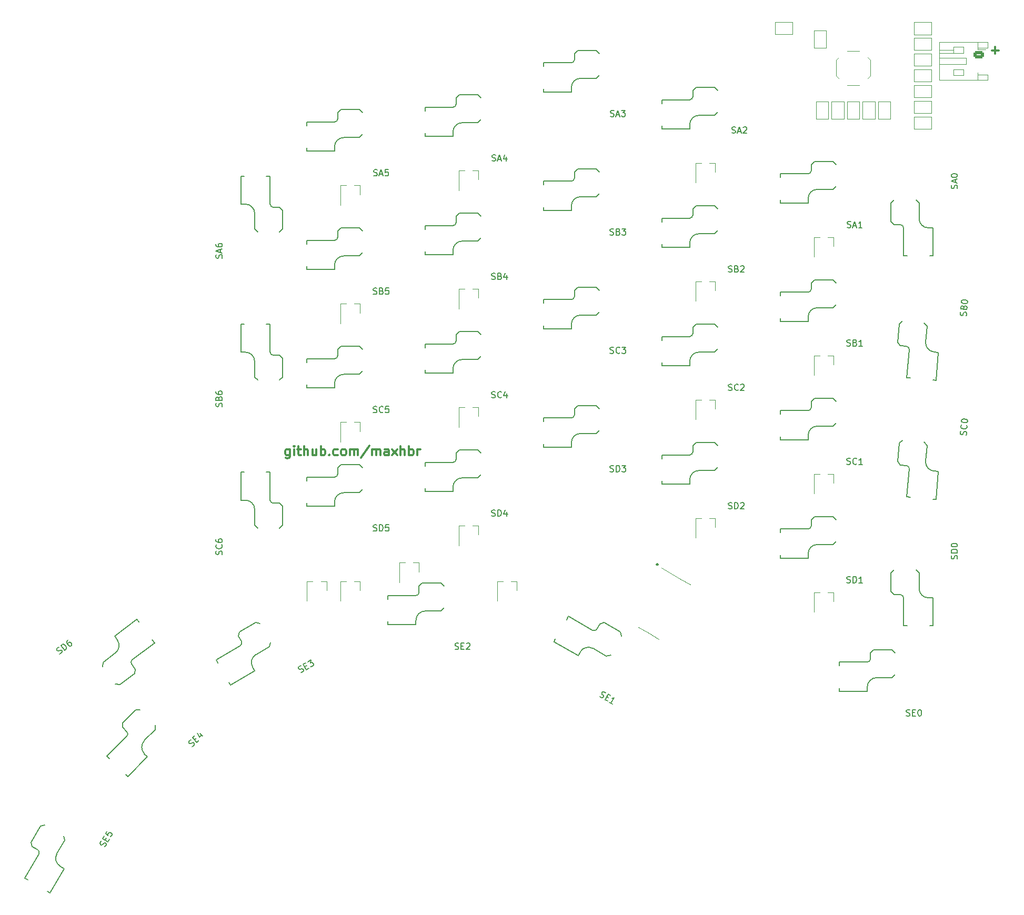
<source format=gto>
G04 #@! TF.GenerationSoftware,KiCad,Pcbnew,7.0.2*
G04 #@! TF.CreationDate,2023-05-25T14:28:43+02:00*
G04 #@! TF.ProjectId,mykeeb_v7a3,6d796b65-6562-45f7-9637-61332e6b6963,rev?*
G04 #@! TF.SameCoordinates,Original*
G04 #@! TF.FileFunction,Legend,Top*
G04 #@! TF.FilePolarity,Positive*
%FSLAX46Y46*%
G04 Gerber Fmt 4.6, Leading zero omitted, Abs format (unit mm)*
G04 Created by KiCad (PCBNEW 7.0.2) date 2023-05-25 14:28:43*
%MOMM*%
%LPD*%
G01*
G04 APERTURE LIST*
G04 Aperture macros list*
%AMRoundRect*
0 Rectangle with rounded corners*
0 $1 Rounding radius*
0 $2 $3 $4 $5 $6 $7 $8 $9 X,Y pos of 4 corners*
0 Add a 4 corners polygon primitive as box body*
4,1,4,$2,$3,$4,$5,$6,$7,$8,$9,$2,$3,0*
0 Add four circle primitives for the rounded corners*
1,1,$1+$1,$2,$3*
1,1,$1+$1,$4,$5*
1,1,$1+$1,$6,$7*
1,1,$1+$1,$8,$9*
0 Add four rect primitives between the rounded corners*
20,1,$1+$1,$2,$3,$4,$5,0*
20,1,$1+$1,$4,$5,$6,$7,0*
20,1,$1+$1,$6,$7,$8,$9,0*
20,1,$1+$1,$8,$9,$2,$3,0*%
%AMRotRect*
0 Rectangle, with rotation*
0 The origin of the aperture is its center*
0 $1 length*
0 $2 width*
0 $3 Rotation angle, in degrees counterclockwise*
0 Add horizontal line*
21,1,$1,$2,0,0,$3*%
%AMFreePoly0*
4,1,6,1.000000,0.000000,0.500000,-0.750000,-0.500000,-0.750000,-0.500000,0.750000,0.500000,0.750000,1.000000,0.000000,1.000000,0.000000,$1*%
%AMFreePoly1*
4,1,6,0.500000,-0.750000,-0.650000,-0.750000,-0.150000,0.000000,-0.650000,0.750000,0.500000,0.750000,0.500000,-0.750000,0.500000,-0.750000,$1*%
G04 Aperture macros list end*
%ADD10C,0.150000*%
%ADD11C,0.300000*%
%ADD12C,0.120000*%
%ADD13C,1.800000*%
%ADD14C,0.990600*%
%ADD15C,3.000000*%
%ADD16C,3.400000*%
%ADD17RotRect,2.600000X2.600000X210.000000*%
%ADD18RotRect,2.600000X2.600000X265.000000*%
%ADD19RoundRect,0.150000X-0.789471X0.282596X0.639471X-0.542404X0.789471X-0.282596X-0.639471X0.542404X0*%
%ADD20R,2.600000X2.600000*%
%ADD21RotRect,2.600000X2.600000X225.000000*%
%ADD22RotRect,2.600000X2.600000X240.000000*%
%ADD23RoundRect,0.250000X-0.625000X0.350000X-0.625000X-0.350000X0.625000X-0.350000X0.625000X0.350000X0*%
%ADD24O,1.750000X1.200000*%
%ADD25RotRect,2.600000X2.600000X37.000000*%
%ADD26R,1.000000X0.600000*%
%ADD27R,1.100000X0.600000*%
%ADD28C,0.700000*%
%ADD29R,0.600000X1.000000*%
%ADD30FreePoly0,180.000000*%
%ADD31O,2.750000X1.800000*%
%ADD32FreePoly0,90.000000*%
%ADD33FreePoly0,270.000000*%
%ADD34R,1.000000X1.700000*%
%ADD35C,1.397000*%
%ADD36FreePoly0,0.000000*%
%ADD37FreePoly1,0.000000*%
%ADD38FreePoly1,270.000000*%
%ADD39FreePoly1,180.000000*%
%ADD40FreePoly1,90.000000*%
%ADD41RotRect,2.600000X2.600000X150.000000*%
%ADD42R,0.800000X1.900000*%
G04 APERTURE END LIST*
D10*
X163044258Y-119654654D02*
X163044258Y-119845130D01*
X163091877Y-119845130D02*
X163091877Y-119654654D01*
X163139496Y-119607035D02*
X163139496Y-119892749D01*
X163187115Y-119845130D02*
X163187115Y-119654654D01*
X163234734Y-119654654D02*
X163234734Y-119845130D01*
X163044258Y-119797511D02*
X163139496Y-119892749D01*
X163139496Y-119892749D02*
X163234734Y-119797511D01*
X163044258Y-119702273D02*
X163139496Y-119607035D01*
X163139496Y-119607035D02*
X163234734Y-119702273D01*
X163044258Y-119654654D02*
X163139496Y-119607035D01*
X163139496Y-119607035D02*
X163234734Y-119654654D01*
X163234734Y-119654654D02*
X163282353Y-119749892D01*
X163282353Y-119749892D02*
X163234734Y-119845130D01*
X163234734Y-119845130D02*
X163139496Y-119892749D01*
X163139496Y-119892749D02*
X163044258Y-119845130D01*
X163044258Y-119845130D02*
X162996639Y-119749892D01*
X162996639Y-119749892D02*
X163044258Y-119654654D01*
D11*
X216937013Y-37028048D02*
X218079871Y-37028048D01*
X217508442Y-37599476D02*
X217508442Y-36456619D01*
X103989149Y-101210264D02*
X103989149Y-102424550D01*
X103989149Y-102424550D02*
X103917720Y-102567407D01*
X103917720Y-102567407D02*
X103846291Y-102638836D01*
X103846291Y-102638836D02*
X103703434Y-102710264D01*
X103703434Y-102710264D02*
X103489149Y-102710264D01*
X103489149Y-102710264D02*
X103346291Y-102638836D01*
X103989149Y-102138836D02*
X103846291Y-102210264D01*
X103846291Y-102210264D02*
X103560577Y-102210264D01*
X103560577Y-102210264D02*
X103417720Y-102138836D01*
X103417720Y-102138836D02*
X103346291Y-102067407D01*
X103346291Y-102067407D02*
X103274863Y-101924550D01*
X103274863Y-101924550D02*
X103274863Y-101495978D01*
X103274863Y-101495978D02*
X103346291Y-101353121D01*
X103346291Y-101353121D02*
X103417720Y-101281693D01*
X103417720Y-101281693D02*
X103560577Y-101210264D01*
X103560577Y-101210264D02*
X103846291Y-101210264D01*
X103846291Y-101210264D02*
X103989149Y-101281693D01*
X104703434Y-102210264D02*
X104703434Y-101210264D01*
X104703434Y-100710264D02*
X104632006Y-100781693D01*
X104632006Y-100781693D02*
X104703434Y-100853121D01*
X104703434Y-100853121D02*
X104774863Y-100781693D01*
X104774863Y-100781693D02*
X104703434Y-100710264D01*
X104703434Y-100710264D02*
X104703434Y-100853121D01*
X105203435Y-101210264D02*
X105774863Y-101210264D01*
X105417720Y-100710264D02*
X105417720Y-101995978D01*
X105417720Y-101995978D02*
X105489149Y-102138836D01*
X105489149Y-102138836D02*
X105632006Y-102210264D01*
X105632006Y-102210264D02*
X105774863Y-102210264D01*
X106274863Y-102210264D02*
X106274863Y-100710264D01*
X106917721Y-102210264D02*
X106917721Y-101424550D01*
X106917721Y-101424550D02*
X106846292Y-101281693D01*
X106846292Y-101281693D02*
X106703435Y-101210264D01*
X106703435Y-101210264D02*
X106489149Y-101210264D01*
X106489149Y-101210264D02*
X106346292Y-101281693D01*
X106346292Y-101281693D02*
X106274863Y-101353121D01*
X108274864Y-101210264D02*
X108274864Y-102210264D01*
X107632006Y-101210264D02*
X107632006Y-101995978D01*
X107632006Y-101995978D02*
X107703435Y-102138836D01*
X107703435Y-102138836D02*
X107846292Y-102210264D01*
X107846292Y-102210264D02*
X108060578Y-102210264D01*
X108060578Y-102210264D02*
X108203435Y-102138836D01*
X108203435Y-102138836D02*
X108274864Y-102067407D01*
X108989149Y-102210264D02*
X108989149Y-100710264D01*
X108989149Y-101281693D02*
X109132007Y-101210264D01*
X109132007Y-101210264D02*
X109417721Y-101210264D01*
X109417721Y-101210264D02*
X109560578Y-101281693D01*
X109560578Y-101281693D02*
X109632007Y-101353121D01*
X109632007Y-101353121D02*
X109703435Y-101495978D01*
X109703435Y-101495978D02*
X109703435Y-101924550D01*
X109703435Y-101924550D02*
X109632007Y-102067407D01*
X109632007Y-102067407D02*
X109560578Y-102138836D01*
X109560578Y-102138836D02*
X109417721Y-102210264D01*
X109417721Y-102210264D02*
X109132007Y-102210264D01*
X109132007Y-102210264D02*
X108989149Y-102138836D01*
X110346292Y-102067407D02*
X110417721Y-102138836D01*
X110417721Y-102138836D02*
X110346292Y-102210264D01*
X110346292Y-102210264D02*
X110274864Y-102138836D01*
X110274864Y-102138836D02*
X110346292Y-102067407D01*
X110346292Y-102067407D02*
X110346292Y-102210264D01*
X111703436Y-102138836D02*
X111560578Y-102210264D01*
X111560578Y-102210264D02*
X111274864Y-102210264D01*
X111274864Y-102210264D02*
X111132007Y-102138836D01*
X111132007Y-102138836D02*
X111060578Y-102067407D01*
X111060578Y-102067407D02*
X110989150Y-101924550D01*
X110989150Y-101924550D02*
X110989150Y-101495978D01*
X110989150Y-101495978D02*
X111060578Y-101353121D01*
X111060578Y-101353121D02*
X111132007Y-101281693D01*
X111132007Y-101281693D02*
X111274864Y-101210264D01*
X111274864Y-101210264D02*
X111560578Y-101210264D01*
X111560578Y-101210264D02*
X111703436Y-101281693D01*
X112560578Y-102210264D02*
X112417721Y-102138836D01*
X112417721Y-102138836D02*
X112346292Y-102067407D01*
X112346292Y-102067407D02*
X112274864Y-101924550D01*
X112274864Y-101924550D02*
X112274864Y-101495978D01*
X112274864Y-101495978D02*
X112346292Y-101353121D01*
X112346292Y-101353121D02*
X112417721Y-101281693D01*
X112417721Y-101281693D02*
X112560578Y-101210264D01*
X112560578Y-101210264D02*
X112774864Y-101210264D01*
X112774864Y-101210264D02*
X112917721Y-101281693D01*
X112917721Y-101281693D02*
X112989150Y-101353121D01*
X112989150Y-101353121D02*
X113060578Y-101495978D01*
X113060578Y-101495978D02*
X113060578Y-101924550D01*
X113060578Y-101924550D02*
X112989150Y-102067407D01*
X112989150Y-102067407D02*
X112917721Y-102138836D01*
X112917721Y-102138836D02*
X112774864Y-102210264D01*
X112774864Y-102210264D02*
X112560578Y-102210264D01*
X113703435Y-102210264D02*
X113703435Y-101210264D01*
X113703435Y-101353121D02*
X113774864Y-101281693D01*
X113774864Y-101281693D02*
X113917721Y-101210264D01*
X113917721Y-101210264D02*
X114132007Y-101210264D01*
X114132007Y-101210264D02*
X114274864Y-101281693D01*
X114274864Y-101281693D02*
X114346293Y-101424550D01*
X114346293Y-101424550D02*
X114346293Y-102210264D01*
X114346293Y-101424550D02*
X114417721Y-101281693D01*
X114417721Y-101281693D02*
X114560578Y-101210264D01*
X114560578Y-101210264D02*
X114774864Y-101210264D01*
X114774864Y-101210264D02*
X114917721Y-101281693D01*
X114917721Y-101281693D02*
X114989150Y-101424550D01*
X114989150Y-101424550D02*
X114989150Y-102210264D01*
X116774864Y-100638836D02*
X115489150Y-102567407D01*
X117274864Y-102210264D02*
X117274864Y-101210264D01*
X117274864Y-101353121D02*
X117346293Y-101281693D01*
X117346293Y-101281693D02*
X117489150Y-101210264D01*
X117489150Y-101210264D02*
X117703436Y-101210264D01*
X117703436Y-101210264D02*
X117846293Y-101281693D01*
X117846293Y-101281693D02*
X117917722Y-101424550D01*
X117917722Y-101424550D02*
X117917722Y-102210264D01*
X117917722Y-101424550D02*
X117989150Y-101281693D01*
X117989150Y-101281693D02*
X118132007Y-101210264D01*
X118132007Y-101210264D02*
X118346293Y-101210264D01*
X118346293Y-101210264D02*
X118489150Y-101281693D01*
X118489150Y-101281693D02*
X118560579Y-101424550D01*
X118560579Y-101424550D02*
X118560579Y-102210264D01*
X119917722Y-102210264D02*
X119917722Y-101424550D01*
X119917722Y-101424550D02*
X119846293Y-101281693D01*
X119846293Y-101281693D02*
X119703436Y-101210264D01*
X119703436Y-101210264D02*
X119417722Y-101210264D01*
X119417722Y-101210264D02*
X119274864Y-101281693D01*
X119917722Y-102138836D02*
X119774864Y-102210264D01*
X119774864Y-102210264D02*
X119417722Y-102210264D01*
X119417722Y-102210264D02*
X119274864Y-102138836D01*
X119274864Y-102138836D02*
X119203436Y-101995978D01*
X119203436Y-101995978D02*
X119203436Y-101853121D01*
X119203436Y-101853121D02*
X119274864Y-101710264D01*
X119274864Y-101710264D02*
X119417722Y-101638836D01*
X119417722Y-101638836D02*
X119774864Y-101638836D01*
X119774864Y-101638836D02*
X119917722Y-101567407D01*
X120489150Y-102210264D02*
X121274865Y-101210264D01*
X120489150Y-101210264D02*
X121274865Y-102210264D01*
X121846293Y-102210264D02*
X121846293Y-100710264D01*
X122489151Y-102210264D02*
X122489151Y-101424550D01*
X122489151Y-101424550D02*
X122417722Y-101281693D01*
X122417722Y-101281693D02*
X122274865Y-101210264D01*
X122274865Y-101210264D02*
X122060579Y-101210264D01*
X122060579Y-101210264D02*
X121917722Y-101281693D01*
X121917722Y-101281693D02*
X121846293Y-101353121D01*
X123203436Y-102210264D02*
X123203436Y-100710264D01*
X123203436Y-101281693D02*
X123346294Y-101210264D01*
X123346294Y-101210264D02*
X123632008Y-101210264D01*
X123632008Y-101210264D02*
X123774865Y-101281693D01*
X123774865Y-101281693D02*
X123846294Y-101353121D01*
X123846294Y-101353121D02*
X123917722Y-101495978D01*
X123917722Y-101495978D02*
X123917722Y-101924550D01*
X123917722Y-101924550D02*
X123846294Y-102067407D01*
X123846294Y-102067407D02*
X123774865Y-102138836D01*
X123774865Y-102138836D02*
X123632008Y-102210264D01*
X123632008Y-102210264D02*
X123346294Y-102210264D01*
X123346294Y-102210264D02*
X123203436Y-102138836D01*
X124560579Y-102210264D02*
X124560579Y-101210264D01*
X124560579Y-101495978D02*
X124632008Y-101353121D01*
X124632008Y-101353121D02*
X124703437Y-101281693D01*
X124703437Y-101281693D02*
X124846294Y-101210264D01*
X124846294Y-101210264D02*
X124989151Y-101210264D01*
D10*
X105784739Y-137149514D02*
X105932267Y-137119325D01*
X105932267Y-137119325D02*
X106138463Y-137000277D01*
X106138463Y-137000277D02*
X106197132Y-136911419D01*
X106197132Y-136911419D02*
X106214562Y-136846370D01*
X106214562Y-136846370D02*
X106208182Y-136740082D01*
X106208182Y-136740082D02*
X106160563Y-136657603D01*
X106160563Y-136657603D02*
X106071705Y-136598934D01*
X106071705Y-136598934D02*
X106006656Y-136581504D01*
X106006656Y-136581504D02*
X105900368Y-136587884D01*
X105900368Y-136587884D02*
X105711601Y-136641883D01*
X105711601Y-136641883D02*
X105605313Y-136648263D01*
X105605313Y-136648263D02*
X105540264Y-136630833D01*
X105540264Y-136630833D02*
X105451406Y-136572164D01*
X105451406Y-136572164D02*
X105403787Y-136489685D01*
X105403787Y-136489685D02*
X105397407Y-136383397D01*
X105397407Y-136383397D02*
X105414837Y-136318348D01*
X105414837Y-136318348D02*
X105473506Y-136229490D01*
X105473506Y-136229490D02*
X105679702Y-136110442D01*
X105679702Y-136110442D02*
X105827230Y-136080253D01*
X106412669Y-136237121D02*
X106701344Y-136070454D01*
X107086967Y-136452658D02*
X106674574Y-136690753D01*
X106674574Y-136690753D02*
X106174574Y-135824728D01*
X106174574Y-135824728D02*
X106586967Y-135586633D01*
X106875642Y-135419966D02*
X107411753Y-135110442D01*
X107411753Y-135110442D02*
X107313554Y-135607023D01*
X107313554Y-135607023D02*
X107437272Y-135535595D01*
X107437272Y-135535595D02*
X107543560Y-135529215D01*
X107543560Y-135529215D02*
X107608609Y-135546645D01*
X107608609Y-135546645D02*
X107697468Y-135605314D01*
X107697468Y-135605314D02*
X107816515Y-135811510D01*
X107816515Y-135811510D02*
X107822895Y-135917798D01*
X107822895Y-135917798D02*
X107805465Y-135982847D01*
X107805465Y-135982847D02*
X107746796Y-136071706D01*
X107746796Y-136071706D02*
X107499360Y-136214563D01*
X107499360Y-136214563D02*
X107393072Y-136220942D01*
X107393072Y-136220942D02*
X107328023Y-136203513D01*
X212812521Y-79759530D02*
X212872410Y-79621367D01*
X212872410Y-79621367D02*
X212893161Y-79384178D01*
X212893161Y-79384178D02*
X212854024Y-79285152D01*
X212854024Y-79285152D02*
X212810736Y-79233563D01*
X212810736Y-79233563D02*
X212720011Y-79177825D01*
X212720011Y-79177825D02*
X212625135Y-79169525D01*
X212625135Y-79169525D02*
X212526109Y-79208662D01*
X212526109Y-79208662D02*
X212474521Y-79251949D01*
X212474521Y-79251949D02*
X212418783Y-79342675D01*
X212418783Y-79342675D02*
X212354744Y-79528276D01*
X212354744Y-79528276D02*
X212299005Y-79619001D01*
X212299005Y-79619001D02*
X212247417Y-79662289D01*
X212247417Y-79662289D02*
X212148391Y-79701426D01*
X212148391Y-79701426D02*
X212053516Y-79693126D01*
X212053516Y-79693126D02*
X211962790Y-79637387D01*
X211962790Y-79637387D02*
X211919503Y-79585799D01*
X211919503Y-79585799D02*
X211880365Y-79486773D01*
X211880365Y-79486773D02*
X211901117Y-79249584D01*
X211901117Y-79249584D02*
X211961005Y-79111421D01*
X212454350Y-78389768D02*
X212514239Y-78251604D01*
X212514239Y-78251604D02*
X212565827Y-78208317D01*
X212565827Y-78208317D02*
X212664853Y-78169180D01*
X212664853Y-78169180D02*
X212807167Y-78181630D01*
X212807167Y-78181630D02*
X212897892Y-78237369D01*
X212897892Y-78237369D02*
X212941180Y-78288957D01*
X212941180Y-78288957D02*
X212980317Y-78387983D01*
X212980317Y-78387983D02*
X212947115Y-78767486D01*
X212947115Y-78767486D02*
X211950920Y-78680330D01*
X211950920Y-78680330D02*
X211979972Y-78348265D01*
X211979972Y-78348265D02*
X212035710Y-78257539D01*
X212035710Y-78257539D02*
X212087298Y-78214252D01*
X212087298Y-78214252D02*
X212186324Y-78175115D01*
X212186324Y-78175115D02*
X212281200Y-78183415D01*
X212281200Y-78183415D02*
X212371925Y-78239154D01*
X212371925Y-78239154D02*
X212415213Y-78290742D01*
X212415213Y-78290742D02*
X212454350Y-78389768D01*
X212454350Y-78389768D02*
X212425298Y-78721833D01*
X212054677Y-77494384D02*
X212062977Y-77399508D01*
X212062977Y-77399508D02*
X212118716Y-77308783D01*
X212118716Y-77308783D02*
X212170304Y-77265495D01*
X212170304Y-77265495D02*
X212269330Y-77226358D01*
X212269330Y-77226358D02*
X212463231Y-77195521D01*
X212463231Y-77195521D02*
X212700421Y-77216272D01*
X212700421Y-77216272D02*
X212886022Y-77280311D01*
X212886022Y-77280311D02*
X212976747Y-77336050D01*
X212976747Y-77336050D02*
X213020035Y-77387638D01*
X213020035Y-77387638D02*
X213059172Y-77486664D01*
X213059172Y-77486664D02*
X213050871Y-77581539D01*
X213050871Y-77581539D02*
X212995133Y-77672265D01*
X212995133Y-77672265D02*
X212943545Y-77715552D01*
X212943545Y-77715552D02*
X212844519Y-77754690D01*
X212844519Y-77754690D02*
X212650617Y-77785526D01*
X212650617Y-77785526D02*
X212413428Y-77764775D01*
X212413428Y-77764775D02*
X212227827Y-77700736D01*
X212227827Y-77700736D02*
X212137102Y-77644998D01*
X212137102Y-77644998D02*
X212093814Y-77593410D01*
X212093814Y-77593410D02*
X212054677Y-77494384D01*
X174592910Y-72661920D02*
X174735767Y-72709539D01*
X174735767Y-72709539D02*
X174973862Y-72709539D01*
X174973862Y-72709539D02*
X175069100Y-72661920D01*
X175069100Y-72661920D02*
X175116719Y-72614300D01*
X175116719Y-72614300D02*
X175164338Y-72519062D01*
X175164338Y-72519062D02*
X175164338Y-72423824D01*
X175164338Y-72423824D02*
X175116719Y-72328586D01*
X175116719Y-72328586D02*
X175069100Y-72280967D01*
X175069100Y-72280967D02*
X174973862Y-72233348D01*
X174973862Y-72233348D02*
X174783386Y-72185729D01*
X174783386Y-72185729D02*
X174688148Y-72138110D01*
X174688148Y-72138110D02*
X174640529Y-72090491D01*
X174640529Y-72090491D02*
X174592910Y-71995253D01*
X174592910Y-71995253D02*
X174592910Y-71900015D01*
X174592910Y-71900015D02*
X174640529Y-71804777D01*
X174640529Y-71804777D02*
X174688148Y-71757158D01*
X174688148Y-71757158D02*
X174783386Y-71709539D01*
X174783386Y-71709539D02*
X175021481Y-71709539D01*
X175021481Y-71709539D02*
X175164338Y-71757158D01*
X175926243Y-72185729D02*
X176069100Y-72233348D01*
X176069100Y-72233348D02*
X176116719Y-72280967D01*
X176116719Y-72280967D02*
X176164338Y-72376205D01*
X176164338Y-72376205D02*
X176164338Y-72519062D01*
X176164338Y-72519062D02*
X176116719Y-72614300D01*
X176116719Y-72614300D02*
X176069100Y-72661920D01*
X176069100Y-72661920D02*
X175973862Y-72709539D01*
X175973862Y-72709539D02*
X175592910Y-72709539D01*
X175592910Y-72709539D02*
X175592910Y-71709539D01*
X175592910Y-71709539D02*
X175926243Y-71709539D01*
X175926243Y-71709539D02*
X176021481Y-71757158D01*
X176021481Y-71757158D02*
X176069100Y-71804777D01*
X176069100Y-71804777D02*
X176116719Y-71900015D01*
X176116719Y-71900015D02*
X176116719Y-71995253D01*
X176116719Y-71995253D02*
X176069100Y-72090491D01*
X176069100Y-72090491D02*
X176021481Y-72138110D01*
X176021481Y-72138110D02*
X175926243Y-72185729D01*
X175926243Y-72185729D02*
X175592910Y-72185729D01*
X176545291Y-71804777D02*
X176592910Y-71757158D01*
X176592910Y-71757158D02*
X176688148Y-71709539D01*
X176688148Y-71709539D02*
X176926243Y-71709539D01*
X176926243Y-71709539D02*
X177021481Y-71757158D01*
X177021481Y-71757158D02*
X177069100Y-71804777D01*
X177069100Y-71804777D02*
X177116719Y-71900015D01*
X177116719Y-71900015D02*
X177116719Y-71995253D01*
X177116719Y-71995253D02*
X177069100Y-72138110D01*
X177069100Y-72138110D02*
X176497672Y-72709539D01*
X176497672Y-72709539D02*
X177116719Y-72709539D01*
X193642910Y-103618220D02*
X193785767Y-103665839D01*
X193785767Y-103665839D02*
X194023862Y-103665839D01*
X194023862Y-103665839D02*
X194119100Y-103618220D01*
X194119100Y-103618220D02*
X194166719Y-103570600D01*
X194166719Y-103570600D02*
X194214338Y-103475362D01*
X194214338Y-103475362D02*
X194214338Y-103380124D01*
X194214338Y-103380124D02*
X194166719Y-103284886D01*
X194166719Y-103284886D02*
X194119100Y-103237267D01*
X194119100Y-103237267D02*
X194023862Y-103189648D01*
X194023862Y-103189648D02*
X193833386Y-103142029D01*
X193833386Y-103142029D02*
X193738148Y-103094410D01*
X193738148Y-103094410D02*
X193690529Y-103046791D01*
X193690529Y-103046791D02*
X193642910Y-102951553D01*
X193642910Y-102951553D02*
X193642910Y-102856315D01*
X193642910Y-102856315D02*
X193690529Y-102761077D01*
X193690529Y-102761077D02*
X193738148Y-102713458D01*
X193738148Y-102713458D02*
X193833386Y-102665839D01*
X193833386Y-102665839D02*
X194071481Y-102665839D01*
X194071481Y-102665839D02*
X194214338Y-102713458D01*
X195214338Y-103570600D02*
X195166719Y-103618220D01*
X195166719Y-103618220D02*
X195023862Y-103665839D01*
X195023862Y-103665839D02*
X194928624Y-103665839D01*
X194928624Y-103665839D02*
X194785767Y-103618220D01*
X194785767Y-103618220D02*
X194690529Y-103522981D01*
X194690529Y-103522981D02*
X194642910Y-103427743D01*
X194642910Y-103427743D02*
X194595291Y-103237267D01*
X194595291Y-103237267D02*
X194595291Y-103094410D01*
X194595291Y-103094410D02*
X194642910Y-102903934D01*
X194642910Y-102903934D02*
X194690529Y-102808696D01*
X194690529Y-102808696D02*
X194785767Y-102713458D01*
X194785767Y-102713458D02*
X194928624Y-102665839D01*
X194928624Y-102665839D02*
X195023862Y-102665839D01*
X195023862Y-102665839D02*
X195166719Y-102713458D01*
X195166719Y-102713458D02*
X195214338Y-102761077D01*
X196166719Y-103665839D02*
X195595291Y-103665839D01*
X195881005Y-103665839D02*
X195881005Y-102665839D01*
X195881005Y-102665839D02*
X195785767Y-102808696D01*
X195785767Y-102808696D02*
X195690529Y-102903934D01*
X195690529Y-102903934D02*
X195595291Y-102951553D01*
X136492910Y-73852620D02*
X136635767Y-73900239D01*
X136635767Y-73900239D02*
X136873862Y-73900239D01*
X136873862Y-73900239D02*
X136969100Y-73852620D01*
X136969100Y-73852620D02*
X137016719Y-73805000D01*
X137016719Y-73805000D02*
X137064338Y-73709762D01*
X137064338Y-73709762D02*
X137064338Y-73614524D01*
X137064338Y-73614524D02*
X137016719Y-73519286D01*
X137016719Y-73519286D02*
X136969100Y-73471667D01*
X136969100Y-73471667D02*
X136873862Y-73424048D01*
X136873862Y-73424048D02*
X136683386Y-73376429D01*
X136683386Y-73376429D02*
X136588148Y-73328810D01*
X136588148Y-73328810D02*
X136540529Y-73281191D01*
X136540529Y-73281191D02*
X136492910Y-73185953D01*
X136492910Y-73185953D02*
X136492910Y-73090715D01*
X136492910Y-73090715D02*
X136540529Y-72995477D01*
X136540529Y-72995477D02*
X136588148Y-72947858D01*
X136588148Y-72947858D02*
X136683386Y-72900239D01*
X136683386Y-72900239D02*
X136921481Y-72900239D01*
X136921481Y-72900239D02*
X137064338Y-72947858D01*
X137826243Y-73376429D02*
X137969100Y-73424048D01*
X137969100Y-73424048D02*
X138016719Y-73471667D01*
X138016719Y-73471667D02*
X138064338Y-73566905D01*
X138064338Y-73566905D02*
X138064338Y-73709762D01*
X138064338Y-73709762D02*
X138016719Y-73805000D01*
X138016719Y-73805000D02*
X137969100Y-73852620D01*
X137969100Y-73852620D02*
X137873862Y-73900239D01*
X137873862Y-73900239D02*
X137492910Y-73900239D01*
X137492910Y-73900239D02*
X137492910Y-72900239D01*
X137492910Y-72900239D02*
X137826243Y-72900239D01*
X137826243Y-72900239D02*
X137921481Y-72947858D01*
X137921481Y-72947858D02*
X137969100Y-72995477D01*
X137969100Y-72995477D02*
X138016719Y-73090715D01*
X138016719Y-73090715D02*
X138016719Y-73185953D01*
X138016719Y-73185953D02*
X137969100Y-73281191D01*
X137969100Y-73281191D02*
X137921481Y-73328810D01*
X137921481Y-73328810D02*
X137826243Y-73376429D01*
X137826243Y-73376429D02*
X137492910Y-73376429D01*
X138921481Y-73233572D02*
X138921481Y-73900239D01*
X138683386Y-72852620D02*
X138445291Y-73566905D01*
X138445291Y-73566905D02*
X139064338Y-73566905D01*
X193642910Y-122668220D02*
X193785767Y-122715839D01*
X193785767Y-122715839D02*
X194023862Y-122715839D01*
X194023862Y-122715839D02*
X194119100Y-122668220D01*
X194119100Y-122668220D02*
X194166719Y-122620600D01*
X194166719Y-122620600D02*
X194214338Y-122525362D01*
X194214338Y-122525362D02*
X194214338Y-122430124D01*
X194214338Y-122430124D02*
X194166719Y-122334886D01*
X194166719Y-122334886D02*
X194119100Y-122287267D01*
X194119100Y-122287267D02*
X194023862Y-122239648D01*
X194023862Y-122239648D02*
X193833386Y-122192029D01*
X193833386Y-122192029D02*
X193738148Y-122144410D01*
X193738148Y-122144410D02*
X193690529Y-122096791D01*
X193690529Y-122096791D02*
X193642910Y-122001553D01*
X193642910Y-122001553D02*
X193642910Y-121906315D01*
X193642910Y-121906315D02*
X193690529Y-121811077D01*
X193690529Y-121811077D02*
X193738148Y-121763458D01*
X193738148Y-121763458D02*
X193833386Y-121715839D01*
X193833386Y-121715839D02*
X194071481Y-121715839D01*
X194071481Y-121715839D02*
X194214338Y-121763458D01*
X194642910Y-122715839D02*
X194642910Y-121715839D01*
X194642910Y-121715839D02*
X194881005Y-121715839D01*
X194881005Y-121715839D02*
X195023862Y-121763458D01*
X195023862Y-121763458D02*
X195119100Y-121858696D01*
X195119100Y-121858696D02*
X195166719Y-121953934D01*
X195166719Y-121953934D02*
X195214338Y-122144410D01*
X195214338Y-122144410D02*
X195214338Y-122287267D01*
X195214338Y-122287267D02*
X195166719Y-122477743D01*
X195166719Y-122477743D02*
X195119100Y-122572981D01*
X195119100Y-122572981D02*
X195023862Y-122668220D01*
X195023862Y-122668220D02*
X194881005Y-122715839D01*
X194881005Y-122715839D02*
X194642910Y-122715839D01*
X196166719Y-122715839D02*
X195595291Y-122715839D01*
X195881005Y-122715839D02*
X195881005Y-121715839D01*
X195881005Y-121715839D02*
X195785767Y-121858696D01*
X195785767Y-121858696D02*
X195690529Y-121953934D01*
X195690529Y-121953934D02*
X195595291Y-122001553D01*
X155614307Y-47658780D02*
X155757164Y-47706399D01*
X155757164Y-47706399D02*
X155995259Y-47706399D01*
X155995259Y-47706399D02*
X156090497Y-47658780D01*
X156090497Y-47658780D02*
X156138116Y-47611160D01*
X156138116Y-47611160D02*
X156185735Y-47515922D01*
X156185735Y-47515922D02*
X156185735Y-47420684D01*
X156185735Y-47420684D02*
X156138116Y-47325446D01*
X156138116Y-47325446D02*
X156090497Y-47277827D01*
X156090497Y-47277827D02*
X155995259Y-47230208D01*
X155995259Y-47230208D02*
X155804783Y-47182589D01*
X155804783Y-47182589D02*
X155709545Y-47134970D01*
X155709545Y-47134970D02*
X155661926Y-47087351D01*
X155661926Y-47087351D02*
X155614307Y-46992113D01*
X155614307Y-46992113D02*
X155614307Y-46896875D01*
X155614307Y-46896875D02*
X155661926Y-46801637D01*
X155661926Y-46801637D02*
X155709545Y-46754018D01*
X155709545Y-46754018D02*
X155804783Y-46706399D01*
X155804783Y-46706399D02*
X156042878Y-46706399D01*
X156042878Y-46706399D02*
X156185735Y-46754018D01*
X156566688Y-47420684D02*
X157042878Y-47420684D01*
X156471450Y-47706399D02*
X156804783Y-46706399D01*
X156804783Y-46706399D02*
X157138116Y-47706399D01*
X157376212Y-46706399D02*
X157995259Y-46706399D01*
X157995259Y-46706399D02*
X157661926Y-47087351D01*
X157661926Y-47087351D02*
X157804783Y-47087351D01*
X157804783Y-47087351D02*
X157900021Y-47134970D01*
X157900021Y-47134970D02*
X157947640Y-47182589D01*
X157947640Y-47182589D02*
X157995259Y-47277827D01*
X157995259Y-47277827D02*
X157995259Y-47515922D01*
X157995259Y-47515922D02*
X157947640Y-47611160D01*
X157947640Y-47611160D02*
X157900021Y-47658780D01*
X157900021Y-47658780D02*
X157804783Y-47706399D01*
X157804783Y-47706399D02*
X157519069Y-47706399D01*
X157519069Y-47706399D02*
X157423831Y-47658780D01*
X157423831Y-47658780D02*
X157376212Y-47611160D01*
X211369815Y-118896324D02*
X211417434Y-118753467D01*
X211417434Y-118753467D02*
X211417434Y-118515372D01*
X211417434Y-118515372D02*
X211369815Y-118420134D01*
X211369815Y-118420134D02*
X211322195Y-118372515D01*
X211322195Y-118372515D02*
X211226957Y-118324896D01*
X211226957Y-118324896D02*
X211131719Y-118324896D01*
X211131719Y-118324896D02*
X211036481Y-118372515D01*
X211036481Y-118372515D02*
X210988862Y-118420134D01*
X210988862Y-118420134D02*
X210941243Y-118515372D01*
X210941243Y-118515372D02*
X210893624Y-118705848D01*
X210893624Y-118705848D02*
X210846005Y-118801086D01*
X210846005Y-118801086D02*
X210798386Y-118848705D01*
X210798386Y-118848705D02*
X210703148Y-118896324D01*
X210703148Y-118896324D02*
X210607910Y-118896324D01*
X210607910Y-118896324D02*
X210512672Y-118848705D01*
X210512672Y-118848705D02*
X210465053Y-118801086D01*
X210465053Y-118801086D02*
X210417434Y-118705848D01*
X210417434Y-118705848D02*
X210417434Y-118467753D01*
X210417434Y-118467753D02*
X210465053Y-118324896D01*
X211417434Y-117896324D02*
X210417434Y-117896324D01*
X210417434Y-117896324D02*
X210417434Y-117658229D01*
X210417434Y-117658229D02*
X210465053Y-117515372D01*
X210465053Y-117515372D02*
X210560291Y-117420134D01*
X210560291Y-117420134D02*
X210655529Y-117372515D01*
X210655529Y-117372515D02*
X210846005Y-117324896D01*
X210846005Y-117324896D02*
X210988862Y-117324896D01*
X210988862Y-117324896D02*
X211179338Y-117372515D01*
X211179338Y-117372515D02*
X211274576Y-117420134D01*
X211274576Y-117420134D02*
X211369815Y-117515372D01*
X211369815Y-117515372D02*
X211417434Y-117658229D01*
X211417434Y-117658229D02*
X211417434Y-117896324D01*
X210417434Y-116705848D02*
X210417434Y-116610610D01*
X210417434Y-116610610D02*
X210465053Y-116515372D01*
X210465053Y-116515372D02*
X210512672Y-116467753D01*
X210512672Y-116467753D02*
X210607910Y-116420134D01*
X210607910Y-116420134D02*
X210798386Y-116372515D01*
X210798386Y-116372515D02*
X211036481Y-116372515D01*
X211036481Y-116372515D02*
X211226957Y-116420134D01*
X211226957Y-116420134D02*
X211322195Y-116467753D01*
X211322195Y-116467753D02*
X211369815Y-116515372D01*
X211369815Y-116515372D02*
X211417434Y-116610610D01*
X211417434Y-116610610D02*
X211417434Y-116705848D01*
X211417434Y-116705848D02*
X211369815Y-116801086D01*
X211369815Y-116801086D02*
X211322195Y-116848705D01*
X211322195Y-116848705D02*
X211226957Y-116896324D01*
X211226957Y-116896324D02*
X211036481Y-116943943D01*
X211036481Y-116943943D02*
X210798386Y-116943943D01*
X210798386Y-116943943D02*
X210607910Y-116896324D01*
X210607910Y-116896324D02*
X210512672Y-116848705D01*
X210512672Y-116848705D02*
X210465053Y-116801086D01*
X210465053Y-116801086D02*
X210417434Y-116705848D01*
X211369815Y-59293695D02*
X211417434Y-59150838D01*
X211417434Y-59150838D02*
X211417434Y-58912743D01*
X211417434Y-58912743D02*
X211369815Y-58817505D01*
X211369815Y-58817505D02*
X211322195Y-58769886D01*
X211322195Y-58769886D02*
X211226957Y-58722267D01*
X211226957Y-58722267D02*
X211131719Y-58722267D01*
X211131719Y-58722267D02*
X211036481Y-58769886D01*
X211036481Y-58769886D02*
X210988862Y-58817505D01*
X210988862Y-58817505D02*
X210941243Y-58912743D01*
X210941243Y-58912743D02*
X210893624Y-59103219D01*
X210893624Y-59103219D02*
X210846005Y-59198457D01*
X210846005Y-59198457D02*
X210798386Y-59246076D01*
X210798386Y-59246076D02*
X210703148Y-59293695D01*
X210703148Y-59293695D02*
X210607910Y-59293695D01*
X210607910Y-59293695D02*
X210512672Y-59246076D01*
X210512672Y-59246076D02*
X210465053Y-59198457D01*
X210465053Y-59198457D02*
X210417434Y-59103219D01*
X210417434Y-59103219D02*
X210417434Y-58865124D01*
X210417434Y-58865124D02*
X210465053Y-58722267D01*
X211131719Y-58341314D02*
X211131719Y-57865124D01*
X211417434Y-58436552D02*
X210417434Y-58103219D01*
X210417434Y-58103219D02*
X211417434Y-57769886D01*
X210417434Y-57246076D02*
X210417434Y-57150838D01*
X210417434Y-57150838D02*
X210465053Y-57055600D01*
X210465053Y-57055600D02*
X210512672Y-57007981D01*
X210512672Y-57007981D02*
X210607910Y-56960362D01*
X210607910Y-56960362D02*
X210798386Y-56912743D01*
X210798386Y-56912743D02*
X211036481Y-56912743D01*
X211036481Y-56912743D02*
X211226957Y-56960362D01*
X211226957Y-56960362D02*
X211322195Y-57007981D01*
X211322195Y-57007981D02*
X211369815Y-57055600D01*
X211369815Y-57055600D02*
X211417434Y-57150838D01*
X211417434Y-57150838D02*
X211417434Y-57246076D01*
X211417434Y-57246076D02*
X211369815Y-57341314D01*
X211369815Y-57341314D02*
X211322195Y-57388933D01*
X211322195Y-57388933D02*
X211226957Y-57436552D01*
X211226957Y-57436552D02*
X211036481Y-57484171D01*
X211036481Y-57484171D02*
X210798386Y-57484171D01*
X210798386Y-57484171D02*
X210607910Y-57436552D01*
X210607910Y-57436552D02*
X210512672Y-57388933D01*
X210512672Y-57388933D02*
X210465053Y-57341314D01*
X210465053Y-57341314D02*
X210417434Y-57246076D01*
X130587329Y-133383920D02*
X130730186Y-133431539D01*
X130730186Y-133431539D02*
X130968281Y-133431539D01*
X130968281Y-133431539D02*
X131063519Y-133383920D01*
X131063519Y-133383920D02*
X131111138Y-133336300D01*
X131111138Y-133336300D02*
X131158757Y-133241062D01*
X131158757Y-133241062D02*
X131158757Y-133145824D01*
X131158757Y-133145824D02*
X131111138Y-133050586D01*
X131111138Y-133050586D02*
X131063519Y-133002967D01*
X131063519Y-133002967D02*
X130968281Y-132955348D01*
X130968281Y-132955348D02*
X130777805Y-132907729D01*
X130777805Y-132907729D02*
X130682567Y-132860110D01*
X130682567Y-132860110D02*
X130634948Y-132812491D01*
X130634948Y-132812491D02*
X130587329Y-132717253D01*
X130587329Y-132717253D02*
X130587329Y-132622015D01*
X130587329Y-132622015D02*
X130634948Y-132526777D01*
X130634948Y-132526777D02*
X130682567Y-132479158D01*
X130682567Y-132479158D02*
X130777805Y-132431539D01*
X130777805Y-132431539D02*
X131015900Y-132431539D01*
X131015900Y-132431539D02*
X131158757Y-132479158D01*
X131587329Y-132907729D02*
X131920662Y-132907729D01*
X132063519Y-133431539D02*
X131587329Y-133431539D01*
X131587329Y-133431539D02*
X131587329Y-132431539D01*
X131587329Y-132431539D02*
X132063519Y-132431539D01*
X132444472Y-132526777D02*
X132492091Y-132479158D01*
X132492091Y-132479158D02*
X132587329Y-132431539D01*
X132587329Y-132431539D02*
X132825424Y-132431539D01*
X132825424Y-132431539D02*
X132920662Y-132479158D01*
X132920662Y-132479158D02*
X132968281Y-132526777D01*
X132968281Y-132526777D02*
X133015900Y-132622015D01*
X133015900Y-132622015D02*
X133015900Y-132717253D01*
X133015900Y-132717253D02*
X132968281Y-132860110D01*
X132968281Y-132860110D02*
X132396853Y-133431539D01*
X132396853Y-133431539D02*
X133015900Y-133431539D01*
X93069715Y-118180824D02*
X93117334Y-118037967D01*
X93117334Y-118037967D02*
X93117334Y-117799872D01*
X93117334Y-117799872D02*
X93069715Y-117704634D01*
X93069715Y-117704634D02*
X93022095Y-117657015D01*
X93022095Y-117657015D02*
X92926857Y-117609396D01*
X92926857Y-117609396D02*
X92831619Y-117609396D01*
X92831619Y-117609396D02*
X92736381Y-117657015D01*
X92736381Y-117657015D02*
X92688762Y-117704634D01*
X92688762Y-117704634D02*
X92641143Y-117799872D01*
X92641143Y-117799872D02*
X92593524Y-117990348D01*
X92593524Y-117990348D02*
X92545905Y-118085586D01*
X92545905Y-118085586D02*
X92498286Y-118133205D01*
X92498286Y-118133205D02*
X92403048Y-118180824D01*
X92403048Y-118180824D02*
X92307810Y-118180824D01*
X92307810Y-118180824D02*
X92212572Y-118133205D01*
X92212572Y-118133205D02*
X92164953Y-118085586D01*
X92164953Y-118085586D02*
X92117334Y-117990348D01*
X92117334Y-117990348D02*
X92117334Y-117752253D01*
X92117334Y-117752253D02*
X92164953Y-117609396D01*
X93022095Y-116609396D02*
X93069715Y-116657015D01*
X93069715Y-116657015D02*
X93117334Y-116799872D01*
X93117334Y-116799872D02*
X93117334Y-116895110D01*
X93117334Y-116895110D02*
X93069715Y-117037967D01*
X93069715Y-117037967D02*
X92974476Y-117133205D01*
X92974476Y-117133205D02*
X92879238Y-117180824D01*
X92879238Y-117180824D02*
X92688762Y-117228443D01*
X92688762Y-117228443D02*
X92545905Y-117228443D01*
X92545905Y-117228443D02*
X92355429Y-117180824D01*
X92355429Y-117180824D02*
X92260191Y-117133205D01*
X92260191Y-117133205D02*
X92164953Y-117037967D01*
X92164953Y-117037967D02*
X92117334Y-116895110D01*
X92117334Y-116895110D02*
X92117334Y-116799872D01*
X92117334Y-116799872D02*
X92164953Y-116657015D01*
X92164953Y-116657015D02*
X92212572Y-116609396D01*
X92117334Y-115752253D02*
X92117334Y-115942729D01*
X92117334Y-115942729D02*
X92164953Y-116037967D01*
X92164953Y-116037967D02*
X92212572Y-116085586D01*
X92212572Y-116085586D02*
X92355429Y-116180824D01*
X92355429Y-116180824D02*
X92545905Y-116228443D01*
X92545905Y-116228443D02*
X92926857Y-116228443D01*
X92926857Y-116228443D02*
X93022095Y-116180824D01*
X93022095Y-116180824D02*
X93069715Y-116133205D01*
X93069715Y-116133205D02*
X93117334Y-116037967D01*
X93117334Y-116037967D02*
X93117334Y-115847491D01*
X93117334Y-115847491D02*
X93069715Y-115752253D01*
X93069715Y-115752253D02*
X93022095Y-115704634D01*
X93022095Y-115704634D02*
X92926857Y-115657015D01*
X92926857Y-115657015D02*
X92688762Y-115657015D01*
X92688762Y-115657015D02*
X92593524Y-115704634D01*
X92593524Y-115704634D02*
X92545905Y-115752253D01*
X92545905Y-115752253D02*
X92498286Y-115847491D01*
X92498286Y-115847491D02*
X92498286Y-116037967D01*
X92498286Y-116037967D02*
X92545905Y-116133205D01*
X92545905Y-116133205D02*
X92593524Y-116180824D01*
X92593524Y-116180824D02*
X92688762Y-116228443D01*
X88323681Y-149049579D02*
X88458368Y-148982235D01*
X88458368Y-148982235D02*
X88626727Y-148813876D01*
X88626727Y-148813876D02*
X88660399Y-148712861D01*
X88660399Y-148712861D02*
X88660399Y-148645518D01*
X88660399Y-148645518D02*
X88626727Y-148544502D01*
X88626727Y-148544502D02*
X88559383Y-148477159D01*
X88559383Y-148477159D02*
X88458368Y-148443487D01*
X88458368Y-148443487D02*
X88391025Y-148443487D01*
X88391025Y-148443487D02*
X88290009Y-148477159D01*
X88290009Y-148477159D02*
X88121651Y-148578174D01*
X88121651Y-148578174D02*
X88020635Y-148611846D01*
X88020635Y-148611846D02*
X87953292Y-148611846D01*
X87953292Y-148611846D02*
X87852277Y-148578174D01*
X87852277Y-148578174D02*
X87784933Y-148510831D01*
X87784933Y-148510831D02*
X87751261Y-148409815D01*
X87751261Y-148409815D02*
X87751261Y-148342472D01*
X87751261Y-148342472D02*
X87784933Y-148241457D01*
X87784933Y-148241457D02*
X87953292Y-148073098D01*
X87953292Y-148073098D02*
X88087979Y-148005754D01*
X88694070Y-148005754D02*
X88929773Y-147770052D01*
X89401177Y-148039426D02*
X89064460Y-148376143D01*
X89064460Y-148376143D02*
X88357353Y-147669037D01*
X88357353Y-147669037D02*
X88694070Y-147332319D01*
X89535864Y-146961930D02*
X90007269Y-147433334D01*
X89098131Y-146860915D02*
X89434849Y-147534350D01*
X89434849Y-147534350D02*
X89872582Y-147096617D01*
X193714307Y-65518180D02*
X193857164Y-65565799D01*
X193857164Y-65565799D02*
X194095259Y-65565799D01*
X194095259Y-65565799D02*
X194190497Y-65518180D01*
X194190497Y-65518180D02*
X194238116Y-65470560D01*
X194238116Y-65470560D02*
X194285735Y-65375322D01*
X194285735Y-65375322D02*
X194285735Y-65280084D01*
X194285735Y-65280084D02*
X194238116Y-65184846D01*
X194238116Y-65184846D02*
X194190497Y-65137227D01*
X194190497Y-65137227D02*
X194095259Y-65089608D01*
X194095259Y-65089608D02*
X193904783Y-65041989D01*
X193904783Y-65041989D02*
X193809545Y-64994370D01*
X193809545Y-64994370D02*
X193761926Y-64946751D01*
X193761926Y-64946751D02*
X193714307Y-64851513D01*
X193714307Y-64851513D02*
X193714307Y-64756275D01*
X193714307Y-64756275D02*
X193761926Y-64661037D01*
X193761926Y-64661037D02*
X193809545Y-64613418D01*
X193809545Y-64613418D02*
X193904783Y-64565799D01*
X193904783Y-64565799D02*
X194142878Y-64565799D01*
X194142878Y-64565799D02*
X194285735Y-64613418D01*
X194666688Y-65280084D02*
X195142878Y-65280084D01*
X194571450Y-65565799D02*
X194904783Y-64565799D01*
X194904783Y-64565799D02*
X195238116Y-65565799D01*
X196095259Y-65565799D02*
X195523831Y-65565799D01*
X195809545Y-65565799D02*
X195809545Y-64565799D01*
X195809545Y-64565799D02*
X195714307Y-64708656D01*
X195714307Y-64708656D02*
X195619069Y-64803894D01*
X195619069Y-64803894D02*
X195523831Y-64851513D01*
X74231123Y-165211995D02*
X74343791Y-165112086D01*
X74343791Y-165112086D02*
X74462839Y-164905890D01*
X74462839Y-164905890D02*
X74469218Y-164799602D01*
X74469218Y-164799602D02*
X74451789Y-164734553D01*
X74451789Y-164734553D02*
X74393120Y-164645695D01*
X74393120Y-164645695D02*
X74310641Y-164598076D01*
X74310641Y-164598076D02*
X74204353Y-164591696D01*
X74204353Y-164591696D02*
X74139304Y-164609126D01*
X74139304Y-164609126D02*
X74050446Y-164667795D01*
X74050446Y-164667795D02*
X73913968Y-164808942D01*
X73913968Y-164808942D02*
X73825110Y-164867611D01*
X73825110Y-164867611D02*
X73760061Y-164885041D01*
X73760061Y-164885041D02*
X73653773Y-164878662D01*
X73653773Y-164878662D02*
X73571294Y-164831042D01*
X73571294Y-164831042D02*
X73512625Y-164742184D01*
X73512625Y-164742184D02*
X73495195Y-164677135D01*
X73495195Y-164677135D02*
X73501575Y-164570847D01*
X73501575Y-164570847D02*
X73620623Y-164364651D01*
X73620623Y-164364651D02*
X73733291Y-164264742D01*
X74318730Y-164107874D02*
X74485397Y-163819199D01*
X75010458Y-163957386D02*
X74772362Y-164369779D01*
X74772362Y-164369779D02*
X73906337Y-163869779D01*
X73906337Y-163869779D02*
X74144432Y-163457386D01*
X74596813Y-162673839D02*
X74358718Y-163086232D01*
X74358718Y-163086232D02*
X74747302Y-163365567D01*
X74747302Y-163365567D02*
X74729872Y-163300518D01*
X74729872Y-163300518D02*
X74736252Y-163194230D01*
X74736252Y-163194230D02*
X74855299Y-162988033D01*
X74855299Y-162988033D02*
X74944158Y-162929364D01*
X74944158Y-162929364D02*
X75009206Y-162911934D01*
X75009206Y-162911934D02*
X75115494Y-162918314D01*
X75115494Y-162918314D02*
X75321691Y-163037362D01*
X75321691Y-163037362D02*
X75380360Y-163126220D01*
X75380360Y-163126220D02*
X75397790Y-163191269D01*
X75397790Y-163191269D02*
X75391410Y-163297557D01*
X75391410Y-163297557D02*
X75272363Y-163503753D01*
X75272363Y-163503753D02*
X75183504Y-163562423D01*
X75183504Y-163562423D02*
X75118455Y-163579852D01*
X66962658Y-134154191D02*
X67105406Y-134106247D01*
X67105406Y-134106247D02*
X67295558Y-133962958D01*
X67295558Y-133962958D02*
X67342960Y-133867612D01*
X67342960Y-133867612D02*
X67352333Y-133800924D01*
X67352333Y-133800924D02*
X67333047Y-133696205D01*
X67333047Y-133696205D02*
X67275732Y-133620145D01*
X67275732Y-133620145D02*
X67180386Y-133572742D01*
X67180386Y-133572742D02*
X67113698Y-133563370D01*
X67113698Y-133563370D02*
X67008979Y-133582655D01*
X67008979Y-133582655D02*
X66828200Y-133659256D01*
X66828200Y-133659256D02*
X66723482Y-133678542D01*
X66723482Y-133678542D02*
X66656794Y-133669170D01*
X66656794Y-133669170D02*
X66561448Y-133621767D01*
X66561448Y-133621767D02*
X66504132Y-133545706D01*
X66504132Y-133545706D02*
X66484847Y-133440988D01*
X66484847Y-133440988D02*
X66494219Y-133374300D01*
X66494219Y-133374300D02*
X66541622Y-133278954D01*
X66541622Y-133278954D02*
X66731773Y-133135665D01*
X66731773Y-133135665D02*
X66874522Y-133087721D01*
X67789951Y-133590406D02*
X67188136Y-132791770D01*
X67188136Y-132791770D02*
X67378287Y-132648481D01*
X67378287Y-132648481D02*
X67521036Y-132600538D01*
X67521036Y-132600538D02*
X67654412Y-132619282D01*
X67654412Y-132619282D02*
X67749758Y-132666685D01*
X67749758Y-132666685D02*
X67902420Y-132790148D01*
X67902420Y-132790148D02*
X67988394Y-132904239D01*
X67988394Y-132904239D02*
X68064995Y-133085018D01*
X68064995Y-133085018D02*
X68084280Y-133189736D01*
X68084280Y-133189736D02*
X68065535Y-133323113D01*
X68065535Y-133323113D02*
X67980102Y-133447116D01*
X67980102Y-133447116D02*
X67789951Y-133590406D01*
X68329044Y-131932034D02*
X68176923Y-132046666D01*
X68176923Y-132046666D02*
X68129520Y-132142012D01*
X68129520Y-132142012D02*
X68120148Y-132208700D01*
X68120148Y-132208700D02*
X68130061Y-132380106D01*
X68130061Y-132380106D02*
X68206662Y-132560885D01*
X68206662Y-132560885D02*
X68435925Y-132865128D01*
X68435925Y-132865128D02*
X68531271Y-132912530D01*
X68531271Y-132912530D02*
X68597959Y-132921903D01*
X68597959Y-132921903D02*
X68702677Y-132902617D01*
X68702677Y-132902617D02*
X68854798Y-132787986D01*
X68854798Y-132787986D02*
X68902201Y-132692640D01*
X68902201Y-132692640D02*
X68911574Y-132625952D01*
X68911574Y-132625952D02*
X68892288Y-132521233D01*
X68892288Y-132521233D02*
X68748999Y-132331082D01*
X68748999Y-132331082D02*
X68653653Y-132283679D01*
X68653653Y-132283679D02*
X68586965Y-132274307D01*
X68586965Y-132274307D02*
X68482246Y-132293592D01*
X68482246Y-132293592D02*
X68330125Y-132408224D01*
X68330125Y-132408224D02*
X68282723Y-132503570D01*
X68282723Y-132503570D02*
X68273350Y-132570258D01*
X68273350Y-132570258D02*
X68292636Y-132674976D01*
X117442910Y-114333820D02*
X117585767Y-114381439D01*
X117585767Y-114381439D02*
X117823862Y-114381439D01*
X117823862Y-114381439D02*
X117919100Y-114333820D01*
X117919100Y-114333820D02*
X117966719Y-114286200D01*
X117966719Y-114286200D02*
X118014338Y-114190962D01*
X118014338Y-114190962D02*
X118014338Y-114095724D01*
X118014338Y-114095724D02*
X117966719Y-114000486D01*
X117966719Y-114000486D02*
X117919100Y-113952867D01*
X117919100Y-113952867D02*
X117823862Y-113905248D01*
X117823862Y-113905248D02*
X117633386Y-113857629D01*
X117633386Y-113857629D02*
X117538148Y-113810010D01*
X117538148Y-113810010D02*
X117490529Y-113762391D01*
X117490529Y-113762391D02*
X117442910Y-113667153D01*
X117442910Y-113667153D02*
X117442910Y-113571915D01*
X117442910Y-113571915D02*
X117490529Y-113476677D01*
X117490529Y-113476677D02*
X117538148Y-113429058D01*
X117538148Y-113429058D02*
X117633386Y-113381439D01*
X117633386Y-113381439D02*
X117871481Y-113381439D01*
X117871481Y-113381439D02*
X118014338Y-113429058D01*
X118442910Y-114381439D02*
X118442910Y-113381439D01*
X118442910Y-113381439D02*
X118681005Y-113381439D01*
X118681005Y-113381439D02*
X118823862Y-113429058D01*
X118823862Y-113429058D02*
X118919100Y-113524296D01*
X118919100Y-113524296D02*
X118966719Y-113619534D01*
X118966719Y-113619534D02*
X119014338Y-113810010D01*
X119014338Y-113810010D02*
X119014338Y-113952867D01*
X119014338Y-113952867D02*
X118966719Y-114143343D01*
X118966719Y-114143343D02*
X118919100Y-114238581D01*
X118919100Y-114238581D02*
X118823862Y-114333820D01*
X118823862Y-114333820D02*
X118681005Y-114381439D01*
X118681005Y-114381439D02*
X118442910Y-114381439D01*
X119919100Y-113381439D02*
X119442910Y-113381439D01*
X119442910Y-113381439D02*
X119395291Y-113857629D01*
X119395291Y-113857629D02*
X119442910Y-113810010D01*
X119442910Y-113810010D02*
X119538148Y-113762391D01*
X119538148Y-113762391D02*
X119776243Y-113762391D01*
X119776243Y-113762391D02*
X119871481Y-113810010D01*
X119871481Y-113810010D02*
X119919100Y-113857629D01*
X119919100Y-113857629D02*
X119966719Y-113952867D01*
X119966719Y-113952867D02*
X119966719Y-114190962D01*
X119966719Y-114190962D02*
X119919100Y-114286200D01*
X119919100Y-114286200D02*
X119871481Y-114333820D01*
X119871481Y-114333820D02*
X119776243Y-114381439D01*
X119776243Y-114381439D02*
X119538148Y-114381439D01*
X119538148Y-114381439D02*
X119442910Y-114333820D01*
X119442910Y-114333820D02*
X119395291Y-114286200D01*
X155542910Y-104808820D02*
X155685767Y-104856439D01*
X155685767Y-104856439D02*
X155923862Y-104856439D01*
X155923862Y-104856439D02*
X156019100Y-104808820D01*
X156019100Y-104808820D02*
X156066719Y-104761200D01*
X156066719Y-104761200D02*
X156114338Y-104665962D01*
X156114338Y-104665962D02*
X156114338Y-104570724D01*
X156114338Y-104570724D02*
X156066719Y-104475486D01*
X156066719Y-104475486D02*
X156019100Y-104427867D01*
X156019100Y-104427867D02*
X155923862Y-104380248D01*
X155923862Y-104380248D02*
X155733386Y-104332629D01*
X155733386Y-104332629D02*
X155638148Y-104285010D01*
X155638148Y-104285010D02*
X155590529Y-104237391D01*
X155590529Y-104237391D02*
X155542910Y-104142153D01*
X155542910Y-104142153D02*
X155542910Y-104046915D01*
X155542910Y-104046915D02*
X155590529Y-103951677D01*
X155590529Y-103951677D02*
X155638148Y-103904058D01*
X155638148Y-103904058D02*
X155733386Y-103856439D01*
X155733386Y-103856439D02*
X155971481Y-103856439D01*
X155971481Y-103856439D02*
X156114338Y-103904058D01*
X156542910Y-104856439D02*
X156542910Y-103856439D01*
X156542910Y-103856439D02*
X156781005Y-103856439D01*
X156781005Y-103856439D02*
X156923862Y-103904058D01*
X156923862Y-103904058D02*
X157019100Y-103999296D01*
X157019100Y-103999296D02*
X157066719Y-104094534D01*
X157066719Y-104094534D02*
X157114338Y-104285010D01*
X157114338Y-104285010D02*
X157114338Y-104427867D01*
X157114338Y-104427867D02*
X157066719Y-104618343D01*
X157066719Y-104618343D02*
X157019100Y-104713581D01*
X157019100Y-104713581D02*
X156923862Y-104808820D01*
X156923862Y-104808820D02*
X156781005Y-104856439D01*
X156781005Y-104856439D02*
X156542910Y-104856439D01*
X157447672Y-103856439D02*
X158066719Y-103856439D01*
X158066719Y-103856439D02*
X157733386Y-104237391D01*
X157733386Y-104237391D02*
X157876243Y-104237391D01*
X157876243Y-104237391D02*
X157971481Y-104285010D01*
X157971481Y-104285010D02*
X158019100Y-104332629D01*
X158019100Y-104332629D02*
X158066719Y-104427867D01*
X158066719Y-104427867D02*
X158066719Y-104665962D01*
X158066719Y-104665962D02*
X158019100Y-104761200D01*
X158019100Y-104761200D02*
X157971481Y-104808820D01*
X157971481Y-104808820D02*
X157876243Y-104856439D01*
X157876243Y-104856439D02*
X157590529Y-104856439D01*
X157590529Y-104856439D02*
X157495291Y-104808820D01*
X157495291Y-104808820D02*
X157447672Y-104761200D01*
X136492910Y-92902620D02*
X136635767Y-92950239D01*
X136635767Y-92950239D02*
X136873862Y-92950239D01*
X136873862Y-92950239D02*
X136969100Y-92902620D01*
X136969100Y-92902620D02*
X137016719Y-92855000D01*
X137016719Y-92855000D02*
X137064338Y-92759762D01*
X137064338Y-92759762D02*
X137064338Y-92664524D01*
X137064338Y-92664524D02*
X137016719Y-92569286D01*
X137016719Y-92569286D02*
X136969100Y-92521667D01*
X136969100Y-92521667D02*
X136873862Y-92474048D01*
X136873862Y-92474048D02*
X136683386Y-92426429D01*
X136683386Y-92426429D02*
X136588148Y-92378810D01*
X136588148Y-92378810D02*
X136540529Y-92331191D01*
X136540529Y-92331191D02*
X136492910Y-92235953D01*
X136492910Y-92235953D02*
X136492910Y-92140715D01*
X136492910Y-92140715D02*
X136540529Y-92045477D01*
X136540529Y-92045477D02*
X136588148Y-91997858D01*
X136588148Y-91997858D02*
X136683386Y-91950239D01*
X136683386Y-91950239D02*
X136921481Y-91950239D01*
X136921481Y-91950239D02*
X137064338Y-91997858D01*
X138064338Y-92855000D02*
X138016719Y-92902620D01*
X138016719Y-92902620D02*
X137873862Y-92950239D01*
X137873862Y-92950239D02*
X137778624Y-92950239D01*
X137778624Y-92950239D02*
X137635767Y-92902620D01*
X137635767Y-92902620D02*
X137540529Y-92807381D01*
X137540529Y-92807381D02*
X137492910Y-92712143D01*
X137492910Y-92712143D02*
X137445291Y-92521667D01*
X137445291Y-92521667D02*
X137445291Y-92378810D01*
X137445291Y-92378810D02*
X137492910Y-92188334D01*
X137492910Y-92188334D02*
X137540529Y-92093096D01*
X137540529Y-92093096D02*
X137635767Y-91997858D01*
X137635767Y-91997858D02*
X137778624Y-91950239D01*
X137778624Y-91950239D02*
X137873862Y-91950239D01*
X137873862Y-91950239D02*
X138016719Y-91997858D01*
X138016719Y-91997858D02*
X138064338Y-92045477D01*
X138921481Y-92283572D02*
X138921481Y-92950239D01*
X138683386Y-91902620D02*
X138445291Y-92616905D01*
X138445291Y-92616905D02*
X139064338Y-92616905D01*
X117442910Y-95283820D02*
X117585767Y-95331439D01*
X117585767Y-95331439D02*
X117823862Y-95331439D01*
X117823862Y-95331439D02*
X117919100Y-95283820D01*
X117919100Y-95283820D02*
X117966719Y-95236200D01*
X117966719Y-95236200D02*
X118014338Y-95140962D01*
X118014338Y-95140962D02*
X118014338Y-95045724D01*
X118014338Y-95045724D02*
X117966719Y-94950486D01*
X117966719Y-94950486D02*
X117919100Y-94902867D01*
X117919100Y-94902867D02*
X117823862Y-94855248D01*
X117823862Y-94855248D02*
X117633386Y-94807629D01*
X117633386Y-94807629D02*
X117538148Y-94760010D01*
X117538148Y-94760010D02*
X117490529Y-94712391D01*
X117490529Y-94712391D02*
X117442910Y-94617153D01*
X117442910Y-94617153D02*
X117442910Y-94521915D01*
X117442910Y-94521915D02*
X117490529Y-94426677D01*
X117490529Y-94426677D02*
X117538148Y-94379058D01*
X117538148Y-94379058D02*
X117633386Y-94331439D01*
X117633386Y-94331439D02*
X117871481Y-94331439D01*
X117871481Y-94331439D02*
X118014338Y-94379058D01*
X119014338Y-95236200D02*
X118966719Y-95283820D01*
X118966719Y-95283820D02*
X118823862Y-95331439D01*
X118823862Y-95331439D02*
X118728624Y-95331439D01*
X118728624Y-95331439D02*
X118585767Y-95283820D01*
X118585767Y-95283820D02*
X118490529Y-95188581D01*
X118490529Y-95188581D02*
X118442910Y-95093343D01*
X118442910Y-95093343D02*
X118395291Y-94902867D01*
X118395291Y-94902867D02*
X118395291Y-94760010D01*
X118395291Y-94760010D02*
X118442910Y-94569534D01*
X118442910Y-94569534D02*
X118490529Y-94474296D01*
X118490529Y-94474296D02*
X118585767Y-94379058D01*
X118585767Y-94379058D02*
X118728624Y-94331439D01*
X118728624Y-94331439D02*
X118823862Y-94331439D01*
X118823862Y-94331439D02*
X118966719Y-94379058D01*
X118966719Y-94379058D02*
X119014338Y-94426677D01*
X119919100Y-94331439D02*
X119442910Y-94331439D01*
X119442910Y-94331439D02*
X119395291Y-94807629D01*
X119395291Y-94807629D02*
X119442910Y-94760010D01*
X119442910Y-94760010D02*
X119538148Y-94712391D01*
X119538148Y-94712391D02*
X119776243Y-94712391D01*
X119776243Y-94712391D02*
X119871481Y-94760010D01*
X119871481Y-94760010D02*
X119919100Y-94807629D01*
X119919100Y-94807629D02*
X119966719Y-94902867D01*
X119966719Y-94902867D02*
X119966719Y-95140962D01*
X119966719Y-95140962D02*
X119919100Y-95236200D01*
X119919100Y-95236200D02*
X119871481Y-95283820D01*
X119871481Y-95283820D02*
X119776243Y-95331439D01*
X119776243Y-95331439D02*
X119538148Y-95331439D01*
X119538148Y-95331439D02*
X119442910Y-95283820D01*
X119442910Y-95283820D02*
X119395291Y-95236200D01*
X155542910Y-85758820D02*
X155685767Y-85806439D01*
X155685767Y-85806439D02*
X155923862Y-85806439D01*
X155923862Y-85806439D02*
X156019100Y-85758820D01*
X156019100Y-85758820D02*
X156066719Y-85711200D01*
X156066719Y-85711200D02*
X156114338Y-85615962D01*
X156114338Y-85615962D02*
X156114338Y-85520724D01*
X156114338Y-85520724D02*
X156066719Y-85425486D01*
X156066719Y-85425486D02*
X156019100Y-85377867D01*
X156019100Y-85377867D02*
X155923862Y-85330248D01*
X155923862Y-85330248D02*
X155733386Y-85282629D01*
X155733386Y-85282629D02*
X155638148Y-85235010D01*
X155638148Y-85235010D02*
X155590529Y-85187391D01*
X155590529Y-85187391D02*
X155542910Y-85092153D01*
X155542910Y-85092153D02*
X155542910Y-84996915D01*
X155542910Y-84996915D02*
X155590529Y-84901677D01*
X155590529Y-84901677D02*
X155638148Y-84854058D01*
X155638148Y-84854058D02*
X155733386Y-84806439D01*
X155733386Y-84806439D02*
X155971481Y-84806439D01*
X155971481Y-84806439D02*
X156114338Y-84854058D01*
X157114338Y-85711200D02*
X157066719Y-85758820D01*
X157066719Y-85758820D02*
X156923862Y-85806439D01*
X156923862Y-85806439D02*
X156828624Y-85806439D01*
X156828624Y-85806439D02*
X156685767Y-85758820D01*
X156685767Y-85758820D02*
X156590529Y-85663581D01*
X156590529Y-85663581D02*
X156542910Y-85568343D01*
X156542910Y-85568343D02*
X156495291Y-85377867D01*
X156495291Y-85377867D02*
X156495291Y-85235010D01*
X156495291Y-85235010D02*
X156542910Y-85044534D01*
X156542910Y-85044534D02*
X156590529Y-84949296D01*
X156590529Y-84949296D02*
X156685767Y-84854058D01*
X156685767Y-84854058D02*
X156828624Y-84806439D01*
X156828624Y-84806439D02*
X156923862Y-84806439D01*
X156923862Y-84806439D02*
X157066719Y-84854058D01*
X157066719Y-84854058D02*
X157114338Y-84901677D01*
X157447672Y-84806439D02*
X158066719Y-84806439D01*
X158066719Y-84806439D02*
X157733386Y-85187391D01*
X157733386Y-85187391D02*
X157876243Y-85187391D01*
X157876243Y-85187391D02*
X157971481Y-85235010D01*
X157971481Y-85235010D02*
X158019100Y-85282629D01*
X158019100Y-85282629D02*
X158066719Y-85377867D01*
X158066719Y-85377867D02*
X158066719Y-85615962D01*
X158066719Y-85615962D02*
X158019100Y-85711200D01*
X158019100Y-85711200D02*
X157971481Y-85758820D01*
X157971481Y-85758820D02*
X157876243Y-85806439D01*
X157876243Y-85806439D02*
X157590529Y-85806439D01*
X157590529Y-85806439D02*
X157495291Y-85758820D01*
X157495291Y-85758820D02*
X157447672Y-85711200D01*
X174592910Y-91711920D02*
X174735767Y-91759539D01*
X174735767Y-91759539D02*
X174973862Y-91759539D01*
X174973862Y-91759539D02*
X175069100Y-91711920D01*
X175069100Y-91711920D02*
X175116719Y-91664300D01*
X175116719Y-91664300D02*
X175164338Y-91569062D01*
X175164338Y-91569062D02*
X175164338Y-91473824D01*
X175164338Y-91473824D02*
X175116719Y-91378586D01*
X175116719Y-91378586D02*
X175069100Y-91330967D01*
X175069100Y-91330967D02*
X174973862Y-91283348D01*
X174973862Y-91283348D02*
X174783386Y-91235729D01*
X174783386Y-91235729D02*
X174688148Y-91188110D01*
X174688148Y-91188110D02*
X174640529Y-91140491D01*
X174640529Y-91140491D02*
X174592910Y-91045253D01*
X174592910Y-91045253D02*
X174592910Y-90950015D01*
X174592910Y-90950015D02*
X174640529Y-90854777D01*
X174640529Y-90854777D02*
X174688148Y-90807158D01*
X174688148Y-90807158D02*
X174783386Y-90759539D01*
X174783386Y-90759539D02*
X175021481Y-90759539D01*
X175021481Y-90759539D02*
X175164338Y-90807158D01*
X176164338Y-91664300D02*
X176116719Y-91711920D01*
X176116719Y-91711920D02*
X175973862Y-91759539D01*
X175973862Y-91759539D02*
X175878624Y-91759539D01*
X175878624Y-91759539D02*
X175735767Y-91711920D01*
X175735767Y-91711920D02*
X175640529Y-91616681D01*
X175640529Y-91616681D02*
X175592910Y-91521443D01*
X175592910Y-91521443D02*
X175545291Y-91330967D01*
X175545291Y-91330967D02*
X175545291Y-91188110D01*
X175545291Y-91188110D02*
X175592910Y-90997634D01*
X175592910Y-90997634D02*
X175640529Y-90902396D01*
X175640529Y-90902396D02*
X175735767Y-90807158D01*
X175735767Y-90807158D02*
X175878624Y-90759539D01*
X175878624Y-90759539D02*
X175973862Y-90759539D01*
X175973862Y-90759539D02*
X176116719Y-90807158D01*
X176116719Y-90807158D02*
X176164338Y-90854777D01*
X176545291Y-90854777D02*
X176592910Y-90807158D01*
X176592910Y-90807158D02*
X176688148Y-90759539D01*
X176688148Y-90759539D02*
X176926243Y-90759539D01*
X176926243Y-90759539D02*
X177021481Y-90807158D01*
X177021481Y-90807158D02*
X177069100Y-90854777D01*
X177069100Y-90854777D02*
X177116719Y-90950015D01*
X177116719Y-90950015D02*
X177116719Y-91045253D01*
X177116719Y-91045253D02*
X177069100Y-91188110D01*
X177069100Y-91188110D02*
X176497672Y-91759539D01*
X176497672Y-91759539D02*
X177116719Y-91759539D01*
X117514307Y-57183780D02*
X117657164Y-57231399D01*
X117657164Y-57231399D02*
X117895259Y-57231399D01*
X117895259Y-57231399D02*
X117990497Y-57183780D01*
X117990497Y-57183780D02*
X118038116Y-57136160D01*
X118038116Y-57136160D02*
X118085735Y-57040922D01*
X118085735Y-57040922D02*
X118085735Y-56945684D01*
X118085735Y-56945684D02*
X118038116Y-56850446D01*
X118038116Y-56850446D02*
X117990497Y-56802827D01*
X117990497Y-56802827D02*
X117895259Y-56755208D01*
X117895259Y-56755208D02*
X117704783Y-56707589D01*
X117704783Y-56707589D02*
X117609545Y-56659970D01*
X117609545Y-56659970D02*
X117561926Y-56612351D01*
X117561926Y-56612351D02*
X117514307Y-56517113D01*
X117514307Y-56517113D02*
X117514307Y-56421875D01*
X117514307Y-56421875D02*
X117561926Y-56326637D01*
X117561926Y-56326637D02*
X117609545Y-56279018D01*
X117609545Y-56279018D02*
X117704783Y-56231399D01*
X117704783Y-56231399D02*
X117942878Y-56231399D01*
X117942878Y-56231399D02*
X118085735Y-56279018D01*
X118466688Y-56945684D02*
X118942878Y-56945684D01*
X118371450Y-57231399D02*
X118704783Y-56231399D01*
X118704783Y-56231399D02*
X119038116Y-57231399D01*
X119847640Y-56231399D02*
X119371450Y-56231399D01*
X119371450Y-56231399D02*
X119323831Y-56707589D01*
X119323831Y-56707589D02*
X119371450Y-56659970D01*
X119371450Y-56659970D02*
X119466688Y-56612351D01*
X119466688Y-56612351D02*
X119704783Y-56612351D01*
X119704783Y-56612351D02*
X119800021Y-56659970D01*
X119800021Y-56659970D02*
X119847640Y-56707589D01*
X119847640Y-56707589D02*
X119895259Y-56802827D01*
X119895259Y-56802827D02*
X119895259Y-57040922D01*
X119895259Y-57040922D02*
X119847640Y-57136160D01*
X119847640Y-57136160D02*
X119800021Y-57183780D01*
X119800021Y-57183780D02*
X119704783Y-57231399D01*
X119704783Y-57231399D02*
X119466688Y-57231399D01*
X119466688Y-57231399D02*
X119371450Y-57183780D01*
X119371450Y-57183780D02*
X119323831Y-57136160D01*
X93069815Y-70484295D02*
X93117434Y-70341438D01*
X93117434Y-70341438D02*
X93117434Y-70103343D01*
X93117434Y-70103343D02*
X93069815Y-70008105D01*
X93069815Y-70008105D02*
X93022195Y-69960486D01*
X93022195Y-69960486D02*
X92926957Y-69912867D01*
X92926957Y-69912867D02*
X92831719Y-69912867D01*
X92831719Y-69912867D02*
X92736481Y-69960486D01*
X92736481Y-69960486D02*
X92688862Y-70008105D01*
X92688862Y-70008105D02*
X92641243Y-70103343D01*
X92641243Y-70103343D02*
X92593624Y-70293819D01*
X92593624Y-70293819D02*
X92546005Y-70389057D01*
X92546005Y-70389057D02*
X92498386Y-70436676D01*
X92498386Y-70436676D02*
X92403148Y-70484295D01*
X92403148Y-70484295D02*
X92307910Y-70484295D01*
X92307910Y-70484295D02*
X92212672Y-70436676D01*
X92212672Y-70436676D02*
X92165053Y-70389057D01*
X92165053Y-70389057D02*
X92117434Y-70293819D01*
X92117434Y-70293819D02*
X92117434Y-70055724D01*
X92117434Y-70055724D02*
X92165053Y-69912867D01*
X92831719Y-69531914D02*
X92831719Y-69055724D01*
X93117434Y-69627152D02*
X92117434Y-69293819D01*
X92117434Y-69293819D02*
X93117434Y-68960486D01*
X92117434Y-68198581D02*
X92117434Y-68389057D01*
X92117434Y-68389057D02*
X92165053Y-68484295D01*
X92165053Y-68484295D02*
X92212672Y-68531914D01*
X92212672Y-68531914D02*
X92355529Y-68627152D01*
X92355529Y-68627152D02*
X92546005Y-68674771D01*
X92546005Y-68674771D02*
X92926957Y-68674771D01*
X92926957Y-68674771D02*
X93022195Y-68627152D01*
X93022195Y-68627152D02*
X93069815Y-68579533D01*
X93069815Y-68579533D02*
X93117434Y-68484295D01*
X93117434Y-68484295D02*
X93117434Y-68293819D01*
X93117434Y-68293819D02*
X93069815Y-68198581D01*
X93069815Y-68198581D02*
X93022195Y-68150962D01*
X93022195Y-68150962D02*
X92926957Y-68103343D01*
X92926957Y-68103343D02*
X92688862Y-68103343D01*
X92688862Y-68103343D02*
X92593624Y-68150962D01*
X92593624Y-68150962D02*
X92546005Y-68198581D01*
X92546005Y-68198581D02*
X92498386Y-68293819D01*
X92498386Y-68293819D02*
X92498386Y-68484295D01*
X92498386Y-68484295D02*
X92546005Y-68579533D01*
X92546005Y-68579533D02*
X92593624Y-68627152D01*
X92593624Y-68627152D02*
X92688862Y-68674771D01*
X136492910Y-111952620D02*
X136635767Y-112000239D01*
X136635767Y-112000239D02*
X136873862Y-112000239D01*
X136873862Y-112000239D02*
X136969100Y-111952620D01*
X136969100Y-111952620D02*
X137016719Y-111905000D01*
X137016719Y-111905000D02*
X137064338Y-111809762D01*
X137064338Y-111809762D02*
X137064338Y-111714524D01*
X137064338Y-111714524D02*
X137016719Y-111619286D01*
X137016719Y-111619286D02*
X136969100Y-111571667D01*
X136969100Y-111571667D02*
X136873862Y-111524048D01*
X136873862Y-111524048D02*
X136683386Y-111476429D01*
X136683386Y-111476429D02*
X136588148Y-111428810D01*
X136588148Y-111428810D02*
X136540529Y-111381191D01*
X136540529Y-111381191D02*
X136492910Y-111285953D01*
X136492910Y-111285953D02*
X136492910Y-111190715D01*
X136492910Y-111190715D02*
X136540529Y-111095477D01*
X136540529Y-111095477D02*
X136588148Y-111047858D01*
X136588148Y-111047858D02*
X136683386Y-111000239D01*
X136683386Y-111000239D02*
X136921481Y-111000239D01*
X136921481Y-111000239D02*
X137064338Y-111047858D01*
X137492910Y-112000239D02*
X137492910Y-111000239D01*
X137492910Y-111000239D02*
X137731005Y-111000239D01*
X137731005Y-111000239D02*
X137873862Y-111047858D01*
X137873862Y-111047858D02*
X137969100Y-111143096D01*
X137969100Y-111143096D02*
X138016719Y-111238334D01*
X138016719Y-111238334D02*
X138064338Y-111428810D01*
X138064338Y-111428810D02*
X138064338Y-111571667D01*
X138064338Y-111571667D02*
X138016719Y-111762143D01*
X138016719Y-111762143D02*
X137969100Y-111857381D01*
X137969100Y-111857381D02*
X137873862Y-111952620D01*
X137873862Y-111952620D02*
X137731005Y-112000239D01*
X137731005Y-112000239D02*
X137492910Y-112000239D01*
X138921481Y-111333572D02*
X138921481Y-112000239D01*
X138683386Y-110952620D02*
X138445291Y-111666905D01*
X138445291Y-111666905D02*
X139064338Y-111666905D01*
X174592910Y-110761920D02*
X174735767Y-110809539D01*
X174735767Y-110809539D02*
X174973862Y-110809539D01*
X174973862Y-110809539D02*
X175069100Y-110761920D01*
X175069100Y-110761920D02*
X175116719Y-110714300D01*
X175116719Y-110714300D02*
X175164338Y-110619062D01*
X175164338Y-110619062D02*
X175164338Y-110523824D01*
X175164338Y-110523824D02*
X175116719Y-110428586D01*
X175116719Y-110428586D02*
X175069100Y-110380967D01*
X175069100Y-110380967D02*
X174973862Y-110333348D01*
X174973862Y-110333348D02*
X174783386Y-110285729D01*
X174783386Y-110285729D02*
X174688148Y-110238110D01*
X174688148Y-110238110D02*
X174640529Y-110190491D01*
X174640529Y-110190491D02*
X174592910Y-110095253D01*
X174592910Y-110095253D02*
X174592910Y-110000015D01*
X174592910Y-110000015D02*
X174640529Y-109904777D01*
X174640529Y-109904777D02*
X174688148Y-109857158D01*
X174688148Y-109857158D02*
X174783386Y-109809539D01*
X174783386Y-109809539D02*
X175021481Y-109809539D01*
X175021481Y-109809539D02*
X175164338Y-109857158D01*
X175592910Y-110809539D02*
X175592910Y-109809539D01*
X175592910Y-109809539D02*
X175831005Y-109809539D01*
X175831005Y-109809539D02*
X175973862Y-109857158D01*
X175973862Y-109857158D02*
X176069100Y-109952396D01*
X176069100Y-109952396D02*
X176116719Y-110047634D01*
X176116719Y-110047634D02*
X176164338Y-110238110D01*
X176164338Y-110238110D02*
X176164338Y-110380967D01*
X176164338Y-110380967D02*
X176116719Y-110571443D01*
X176116719Y-110571443D02*
X176069100Y-110666681D01*
X176069100Y-110666681D02*
X175973862Y-110761920D01*
X175973862Y-110761920D02*
X175831005Y-110809539D01*
X175831005Y-110809539D02*
X175592910Y-110809539D01*
X176545291Y-109904777D02*
X176592910Y-109857158D01*
X176592910Y-109857158D02*
X176688148Y-109809539D01*
X176688148Y-109809539D02*
X176926243Y-109809539D01*
X176926243Y-109809539D02*
X177021481Y-109857158D01*
X177021481Y-109857158D02*
X177069100Y-109904777D01*
X177069100Y-109904777D02*
X177116719Y-110000015D01*
X177116719Y-110000015D02*
X177116719Y-110095253D01*
X177116719Y-110095253D02*
X177069100Y-110238110D01*
X177069100Y-110238110D02*
X176497672Y-110809539D01*
X176497672Y-110809539D02*
X177116719Y-110809539D01*
X175145559Y-50318331D02*
X175288416Y-50365950D01*
X175288416Y-50365950D02*
X175526511Y-50365950D01*
X175526511Y-50365950D02*
X175621749Y-50318331D01*
X175621749Y-50318331D02*
X175669368Y-50270711D01*
X175669368Y-50270711D02*
X175716987Y-50175473D01*
X175716987Y-50175473D02*
X175716987Y-50080235D01*
X175716987Y-50080235D02*
X175669368Y-49984997D01*
X175669368Y-49984997D02*
X175621749Y-49937378D01*
X175621749Y-49937378D02*
X175526511Y-49889759D01*
X175526511Y-49889759D02*
X175336035Y-49842140D01*
X175336035Y-49842140D02*
X175240797Y-49794521D01*
X175240797Y-49794521D02*
X175193178Y-49746902D01*
X175193178Y-49746902D02*
X175145559Y-49651664D01*
X175145559Y-49651664D02*
X175145559Y-49556426D01*
X175145559Y-49556426D02*
X175193178Y-49461188D01*
X175193178Y-49461188D02*
X175240797Y-49413569D01*
X175240797Y-49413569D02*
X175336035Y-49365950D01*
X175336035Y-49365950D02*
X175574130Y-49365950D01*
X175574130Y-49365950D02*
X175716987Y-49413569D01*
X176097940Y-50080235D02*
X176574130Y-50080235D01*
X176002702Y-50365950D02*
X176336035Y-49365950D01*
X176336035Y-49365950D02*
X176669368Y-50365950D01*
X176955083Y-49461188D02*
X177002702Y-49413569D01*
X177002702Y-49413569D02*
X177097940Y-49365950D01*
X177097940Y-49365950D02*
X177336035Y-49365950D01*
X177336035Y-49365950D02*
X177431273Y-49413569D01*
X177431273Y-49413569D02*
X177478892Y-49461188D01*
X177478892Y-49461188D02*
X177526511Y-49556426D01*
X177526511Y-49556426D02*
X177526511Y-49651664D01*
X177526511Y-49651664D02*
X177478892Y-49794521D01*
X177478892Y-49794521D02*
X176907464Y-50365950D01*
X176907464Y-50365950D02*
X177526511Y-50365950D01*
X212812521Y-98942330D02*
X212872410Y-98804167D01*
X212872410Y-98804167D02*
X212893161Y-98566978D01*
X212893161Y-98566978D02*
X212854024Y-98467952D01*
X212854024Y-98467952D02*
X212810736Y-98416363D01*
X212810736Y-98416363D02*
X212720011Y-98360625D01*
X212720011Y-98360625D02*
X212625135Y-98352325D01*
X212625135Y-98352325D02*
X212526109Y-98391462D01*
X212526109Y-98391462D02*
X212474521Y-98434749D01*
X212474521Y-98434749D02*
X212418783Y-98525475D01*
X212418783Y-98525475D02*
X212354744Y-98711076D01*
X212354744Y-98711076D02*
X212299005Y-98801801D01*
X212299005Y-98801801D02*
X212247417Y-98845089D01*
X212247417Y-98845089D02*
X212148391Y-98884226D01*
X212148391Y-98884226D02*
X212053516Y-98875926D01*
X212053516Y-98875926D02*
X211962790Y-98820187D01*
X211962790Y-98820187D02*
X211919503Y-98768599D01*
X211919503Y-98768599D02*
X211880365Y-98669573D01*
X211880365Y-98669573D02*
X211901117Y-98432384D01*
X211901117Y-98432384D02*
X211961005Y-98294221D01*
X212902042Y-97372731D02*
X212945330Y-97424319D01*
X212945330Y-97424319D02*
X212980317Y-97570783D01*
X212980317Y-97570783D02*
X212972016Y-97665658D01*
X212972016Y-97665658D02*
X212912128Y-97803822D01*
X212912128Y-97803822D02*
X212808951Y-97890397D01*
X212808951Y-97890397D02*
X212709925Y-97929534D01*
X212709925Y-97929534D02*
X212516024Y-97960371D01*
X212516024Y-97960371D02*
X212373710Y-97947920D01*
X212373710Y-97947920D02*
X212188109Y-97883881D01*
X212188109Y-97883881D02*
X212097384Y-97828143D01*
X212097384Y-97828143D02*
X212010809Y-97724967D01*
X212010809Y-97724967D02*
X211975822Y-97578503D01*
X211975822Y-97578503D02*
X211984122Y-97483627D01*
X211984122Y-97483627D02*
X212044011Y-97345464D01*
X212044011Y-97345464D02*
X212095599Y-97302176D01*
X212054677Y-96677184D02*
X212062977Y-96582308D01*
X212062977Y-96582308D02*
X212118716Y-96491583D01*
X212118716Y-96491583D02*
X212170304Y-96448295D01*
X212170304Y-96448295D02*
X212269330Y-96409158D01*
X212269330Y-96409158D02*
X212463231Y-96378321D01*
X212463231Y-96378321D02*
X212700421Y-96399072D01*
X212700421Y-96399072D02*
X212886022Y-96463111D01*
X212886022Y-96463111D02*
X212976747Y-96518850D01*
X212976747Y-96518850D02*
X213020035Y-96570438D01*
X213020035Y-96570438D02*
X213059172Y-96669464D01*
X213059172Y-96669464D02*
X213050871Y-96764339D01*
X213050871Y-96764339D02*
X212995133Y-96855065D01*
X212995133Y-96855065D02*
X212943545Y-96898352D01*
X212943545Y-96898352D02*
X212844519Y-96937490D01*
X212844519Y-96937490D02*
X212650617Y-96968326D01*
X212650617Y-96968326D02*
X212413428Y-96947575D01*
X212413428Y-96947575D02*
X212227827Y-96883536D01*
X212227827Y-96883536D02*
X212137102Y-96827798D01*
X212137102Y-96827798D02*
X212093814Y-96776210D01*
X212093814Y-96776210D02*
X212054677Y-96677184D01*
X93069815Y-94368224D02*
X93117434Y-94225367D01*
X93117434Y-94225367D02*
X93117434Y-93987272D01*
X93117434Y-93987272D02*
X93069815Y-93892034D01*
X93069815Y-93892034D02*
X93022195Y-93844415D01*
X93022195Y-93844415D02*
X92926957Y-93796796D01*
X92926957Y-93796796D02*
X92831719Y-93796796D01*
X92831719Y-93796796D02*
X92736481Y-93844415D01*
X92736481Y-93844415D02*
X92688862Y-93892034D01*
X92688862Y-93892034D02*
X92641243Y-93987272D01*
X92641243Y-93987272D02*
X92593624Y-94177748D01*
X92593624Y-94177748D02*
X92546005Y-94272986D01*
X92546005Y-94272986D02*
X92498386Y-94320605D01*
X92498386Y-94320605D02*
X92403148Y-94368224D01*
X92403148Y-94368224D02*
X92307910Y-94368224D01*
X92307910Y-94368224D02*
X92212672Y-94320605D01*
X92212672Y-94320605D02*
X92165053Y-94272986D01*
X92165053Y-94272986D02*
X92117434Y-94177748D01*
X92117434Y-94177748D02*
X92117434Y-93939653D01*
X92117434Y-93939653D02*
X92165053Y-93796796D01*
X92593624Y-93034891D02*
X92641243Y-92892034D01*
X92641243Y-92892034D02*
X92688862Y-92844415D01*
X92688862Y-92844415D02*
X92784100Y-92796796D01*
X92784100Y-92796796D02*
X92926957Y-92796796D01*
X92926957Y-92796796D02*
X93022195Y-92844415D01*
X93022195Y-92844415D02*
X93069815Y-92892034D01*
X93069815Y-92892034D02*
X93117434Y-92987272D01*
X93117434Y-92987272D02*
X93117434Y-93368224D01*
X93117434Y-93368224D02*
X92117434Y-93368224D01*
X92117434Y-93368224D02*
X92117434Y-93034891D01*
X92117434Y-93034891D02*
X92165053Y-92939653D01*
X92165053Y-92939653D02*
X92212672Y-92892034D01*
X92212672Y-92892034D02*
X92307910Y-92844415D01*
X92307910Y-92844415D02*
X92403148Y-92844415D01*
X92403148Y-92844415D02*
X92498386Y-92892034D01*
X92498386Y-92892034D02*
X92546005Y-92939653D01*
X92546005Y-92939653D02*
X92593624Y-93034891D01*
X92593624Y-93034891D02*
X92593624Y-93368224D01*
X92117434Y-91939653D02*
X92117434Y-92130129D01*
X92117434Y-92130129D02*
X92165053Y-92225367D01*
X92165053Y-92225367D02*
X92212672Y-92272986D01*
X92212672Y-92272986D02*
X92355529Y-92368224D01*
X92355529Y-92368224D02*
X92546005Y-92415843D01*
X92546005Y-92415843D02*
X92926957Y-92415843D01*
X92926957Y-92415843D02*
X93022195Y-92368224D01*
X93022195Y-92368224D02*
X93069815Y-92320605D01*
X93069815Y-92320605D02*
X93117434Y-92225367D01*
X93117434Y-92225367D02*
X93117434Y-92034891D01*
X93117434Y-92034891D02*
X93069815Y-91939653D01*
X93069815Y-91939653D02*
X93022195Y-91892034D01*
X93022195Y-91892034D02*
X92926957Y-91844415D01*
X92926957Y-91844415D02*
X92688862Y-91844415D01*
X92688862Y-91844415D02*
X92593624Y-91892034D01*
X92593624Y-91892034D02*
X92546005Y-91939653D01*
X92546005Y-91939653D02*
X92498386Y-92034891D01*
X92498386Y-92034891D02*
X92498386Y-92225367D01*
X92498386Y-92225367D02*
X92546005Y-92320605D01*
X92546005Y-92320605D02*
X92593624Y-92368224D01*
X92593624Y-92368224D02*
X92688862Y-92415843D01*
X153875739Y-140977428D02*
X153975648Y-141090096D01*
X153975648Y-141090096D02*
X154181844Y-141209144D01*
X154181844Y-141209144D02*
X154288132Y-141215523D01*
X154288132Y-141215523D02*
X154353181Y-141198094D01*
X154353181Y-141198094D02*
X154442039Y-141139425D01*
X154442039Y-141139425D02*
X154489658Y-141056946D01*
X154489658Y-141056946D02*
X154496038Y-140950658D01*
X154496038Y-140950658D02*
X154478608Y-140885609D01*
X154478608Y-140885609D02*
X154419939Y-140796751D01*
X154419939Y-140796751D02*
X154278792Y-140660273D01*
X154278792Y-140660273D02*
X154220123Y-140571415D01*
X154220123Y-140571415D02*
X154202693Y-140506366D01*
X154202693Y-140506366D02*
X154209072Y-140400078D01*
X154209072Y-140400078D02*
X154256692Y-140317599D01*
X154256692Y-140317599D02*
X154345550Y-140258930D01*
X154345550Y-140258930D02*
X154410599Y-140241500D01*
X154410599Y-140241500D02*
X154516887Y-140247880D01*
X154516887Y-140247880D02*
X154723083Y-140366928D01*
X154723083Y-140366928D02*
X154822992Y-140479596D01*
X154979860Y-141065035D02*
X155268535Y-141231702D01*
X155130348Y-141756763D02*
X154717955Y-141518667D01*
X154717955Y-141518667D02*
X155217955Y-140652642D01*
X155217955Y-140652642D02*
X155630348Y-140890737D01*
X155955134Y-142232953D02*
X155460263Y-141947239D01*
X155707698Y-142090096D02*
X156207698Y-141224071D01*
X156207698Y-141224071D02*
X156053791Y-141300170D01*
X156053791Y-141300170D02*
X155923694Y-141335029D01*
X155923694Y-141335029D02*
X155817405Y-141328649D01*
X203215529Y-144099520D02*
X203358386Y-144147139D01*
X203358386Y-144147139D02*
X203596481Y-144147139D01*
X203596481Y-144147139D02*
X203691719Y-144099520D01*
X203691719Y-144099520D02*
X203739338Y-144051900D01*
X203739338Y-144051900D02*
X203786957Y-143956662D01*
X203786957Y-143956662D02*
X203786957Y-143861424D01*
X203786957Y-143861424D02*
X203739338Y-143766186D01*
X203739338Y-143766186D02*
X203691719Y-143718567D01*
X203691719Y-143718567D02*
X203596481Y-143670948D01*
X203596481Y-143670948D02*
X203406005Y-143623329D01*
X203406005Y-143623329D02*
X203310767Y-143575710D01*
X203310767Y-143575710D02*
X203263148Y-143528091D01*
X203263148Y-143528091D02*
X203215529Y-143432853D01*
X203215529Y-143432853D02*
X203215529Y-143337615D01*
X203215529Y-143337615D02*
X203263148Y-143242377D01*
X203263148Y-143242377D02*
X203310767Y-143194758D01*
X203310767Y-143194758D02*
X203406005Y-143147139D01*
X203406005Y-143147139D02*
X203644100Y-143147139D01*
X203644100Y-143147139D02*
X203786957Y-143194758D01*
X204215529Y-143623329D02*
X204548862Y-143623329D01*
X204691719Y-144147139D02*
X204215529Y-144147139D01*
X204215529Y-144147139D02*
X204215529Y-143147139D01*
X204215529Y-143147139D02*
X204691719Y-143147139D01*
X205310767Y-143147139D02*
X205406005Y-143147139D01*
X205406005Y-143147139D02*
X205501243Y-143194758D01*
X205501243Y-143194758D02*
X205548862Y-143242377D01*
X205548862Y-143242377D02*
X205596481Y-143337615D01*
X205596481Y-143337615D02*
X205644100Y-143528091D01*
X205644100Y-143528091D02*
X205644100Y-143766186D01*
X205644100Y-143766186D02*
X205596481Y-143956662D01*
X205596481Y-143956662D02*
X205548862Y-144051900D01*
X205548862Y-144051900D02*
X205501243Y-144099520D01*
X205501243Y-144099520D02*
X205406005Y-144147139D01*
X205406005Y-144147139D02*
X205310767Y-144147139D01*
X205310767Y-144147139D02*
X205215529Y-144099520D01*
X205215529Y-144099520D02*
X205167910Y-144051900D01*
X205167910Y-144051900D02*
X205120291Y-143956662D01*
X205120291Y-143956662D02*
X205072672Y-143766186D01*
X205072672Y-143766186D02*
X205072672Y-143528091D01*
X205072672Y-143528091D02*
X205120291Y-143337615D01*
X205120291Y-143337615D02*
X205167910Y-143242377D01*
X205167910Y-143242377D02*
X205215529Y-143194758D01*
X205215529Y-143194758D02*
X205310767Y-143147139D01*
X193642910Y-84568220D02*
X193785767Y-84615839D01*
X193785767Y-84615839D02*
X194023862Y-84615839D01*
X194023862Y-84615839D02*
X194119100Y-84568220D01*
X194119100Y-84568220D02*
X194166719Y-84520600D01*
X194166719Y-84520600D02*
X194214338Y-84425362D01*
X194214338Y-84425362D02*
X194214338Y-84330124D01*
X194214338Y-84330124D02*
X194166719Y-84234886D01*
X194166719Y-84234886D02*
X194119100Y-84187267D01*
X194119100Y-84187267D02*
X194023862Y-84139648D01*
X194023862Y-84139648D02*
X193833386Y-84092029D01*
X193833386Y-84092029D02*
X193738148Y-84044410D01*
X193738148Y-84044410D02*
X193690529Y-83996791D01*
X193690529Y-83996791D02*
X193642910Y-83901553D01*
X193642910Y-83901553D02*
X193642910Y-83806315D01*
X193642910Y-83806315D02*
X193690529Y-83711077D01*
X193690529Y-83711077D02*
X193738148Y-83663458D01*
X193738148Y-83663458D02*
X193833386Y-83615839D01*
X193833386Y-83615839D02*
X194071481Y-83615839D01*
X194071481Y-83615839D02*
X194214338Y-83663458D01*
X194976243Y-84092029D02*
X195119100Y-84139648D01*
X195119100Y-84139648D02*
X195166719Y-84187267D01*
X195166719Y-84187267D02*
X195214338Y-84282505D01*
X195214338Y-84282505D02*
X195214338Y-84425362D01*
X195214338Y-84425362D02*
X195166719Y-84520600D01*
X195166719Y-84520600D02*
X195119100Y-84568220D01*
X195119100Y-84568220D02*
X195023862Y-84615839D01*
X195023862Y-84615839D02*
X194642910Y-84615839D01*
X194642910Y-84615839D02*
X194642910Y-83615839D01*
X194642910Y-83615839D02*
X194976243Y-83615839D01*
X194976243Y-83615839D02*
X195071481Y-83663458D01*
X195071481Y-83663458D02*
X195119100Y-83711077D01*
X195119100Y-83711077D02*
X195166719Y-83806315D01*
X195166719Y-83806315D02*
X195166719Y-83901553D01*
X195166719Y-83901553D02*
X195119100Y-83996791D01*
X195119100Y-83996791D02*
X195071481Y-84044410D01*
X195071481Y-84044410D02*
X194976243Y-84092029D01*
X194976243Y-84092029D02*
X194642910Y-84092029D01*
X196166719Y-84615839D02*
X195595291Y-84615839D01*
X195881005Y-84615839D02*
X195881005Y-83615839D01*
X195881005Y-83615839D02*
X195785767Y-83758696D01*
X195785767Y-83758696D02*
X195690529Y-83853934D01*
X195690529Y-83853934D02*
X195595291Y-83901553D01*
X155542910Y-66708820D02*
X155685767Y-66756439D01*
X155685767Y-66756439D02*
X155923862Y-66756439D01*
X155923862Y-66756439D02*
X156019100Y-66708820D01*
X156019100Y-66708820D02*
X156066719Y-66661200D01*
X156066719Y-66661200D02*
X156114338Y-66565962D01*
X156114338Y-66565962D02*
X156114338Y-66470724D01*
X156114338Y-66470724D02*
X156066719Y-66375486D01*
X156066719Y-66375486D02*
X156019100Y-66327867D01*
X156019100Y-66327867D02*
X155923862Y-66280248D01*
X155923862Y-66280248D02*
X155733386Y-66232629D01*
X155733386Y-66232629D02*
X155638148Y-66185010D01*
X155638148Y-66185010D02*
X155590529Y-66137391D01*
X155590529Y-66137391D02*
X155542910Y-66042153D01*
X155542910Y-66042153D02*
X155542910Y-65946915D01*
X155542910Y-65946915D02*
X155590529Y-65851677D01*
X155590529Y-65851677D02*
X155638148Y-65804058D01*
X155638148Y-65804058D02*
X155733386Y-65756439D01*
X155733386Y-65756439D02*
X155971481Y-65756439D01*
X155971481Y-65756439D02*
X156114338Y-65804058D01*
X156876243Y-66232629D02*
X157019100Y-66280248D01*
X157019100Y-66280248D02*
X157066719Y-66327867D01*
X157066719Y-66327867D02*
X157114338Y-66423105D01*
X157114338Y-66423105D02*
X157114338Y-66565962D01*
X157114338Y-66565962D02*
X157066719Y-66661200D01*
X157066719Y-66661200D02*
X157019100Y-66708820D01*
X157019100Y-66708820D02*
X156923862Y-66756439D01*
X156923862Y-66756439D02*
X156542910Y-66756439D01*
X156542910Y-66756439D02*
X156542910Y-65756439D01*
X156542910Y-65756439D02*
X156876243Y-65756439D01*
X156876243Y-65756439D02*
X156971481Y-65804058D01*
X156971481Y-65804058D02*
X157019100Y-65851677D01*
X157019100Y-65851677D02*
X157066719Y-65946915D01*
X157066719Y-65946915D02*
X157066719Y-66042153D01*
X157066719Y-66042153D02*
X157019100Y-66137391D01*
X157019100Y-66137391D02*
X156971481Y-66185010D01*
X156971481Y-66185010D02*
X156876243Y-66232629D01*
X156876243Y-66232629D02*
X156542910Y-66232629D01*
X157447672Y-65756439D02*
X158066719Y-65756439D01*
X158066719Y-65756439D02*
X157733386Y-66137391D01*
X157733386Y-66137391D02*
X157876243Y-66137391D01*
X157876243Y-66137391D02*
X157971481Y-66185010D01*
X157971481Y-66185010D02*
X158019100Y-66232629D01*
X158019100Y-66232629D02*
X158066719Y-66327867D01*
X158066719Y-66327867D02*
X158066719Y-66565962D01*
X158066719Y-66565962D02*
X158019100Y-66661200D01*
X158019100Y-66661200D02*
X157971481Y-66708820D01*
X157971481Y-66708820D02*
X157876243Y-66756439D01*
X157876243Y-66756439D02*
X157590529Y-66756439D01*
X157590529Y-66756439D02*
X157495291Y-66708820D01*
X157495291Y-66708820D02*
X157447672Y-66661200D01*
X136564307Y-54802580D02*
X136707164Y-54850199D01*
X136707164Y-54850199D02*
X136945259Y-54850199D01*
X136945259Y-54850199D02*
X137040497Y-54802580D01*
X137040497Y-54802580D02*
X137088116Y-54754960D01*
X137088116Y-54754960D02*
X137135735Y-54659722D01*
X137135735Y-54659722D02*
X137135735Y-54564484D01*
X137135735Y-54564484D02*
X137088116Y-54469246D01*
X137088116Y-54469246D02*
X137040497Y-54421627D01*
X137040497Y-54421627D02*
X136945259Y-54374008D01*
X136945259Y-54374008D02*
X136754783Y-54326389D01*
X136754783Y-54326389D02*
X136659545Y-54278770D01*
X136659545Y-54278770D02*
X136611926Y-54231151D01*
X136611926Y-54231151D02*
X136564307Y-54135913D01*
X136564307Y-54135913D02*
X136564307Y-54040675D01*
X136564307Y-54040675D02*
X136611926Y-53945437D01*
X136611926Y-53945437D02*
X136659545Y-53897818D01*
X136659545Y-53897818D02*
X136754783Y-53850199D01*
X136754783Y-53850199D02*
X136992878Y-53850199D01*
X136992878Y-53850199D02*
X137135735Y-53897818D01*
X137516688Y-54564484D02*
X137992878Y-54564484D01*
X137421450Y-54850199D02*
X137754783Y-53850199D01*
X137754783Y-53850199D02*
X138088116Y-54850199D01*
X138850021Y-54183532D02*
X138850021Y-54850199D01*
X138611926Y-53802580D02*
X138373831Y-54516865D01*
X138373831Y-54516865D02*
X138992878Y-54516865D01*
X117442910Y-76233820D02*
X117585767Y-76281439D01*
X117585767Y-76281439D02*
X117823862Y-76281439D01*
X117823862Y-76281439D02*
X117919100Y-76233820D01*
X117919100Y-76233820D02*
X117966719Y-76186200D01*
X117966719Y-76186200D02*
X118014338Y-76090962D01*
X118014338Y-76090962D02*
X118014338Y-75995724D01*
X118014338Y-75995724D02*
X117966719Y-75900486D01*
X117966719Y-75900486D02*
X117919100Y-75852867D01*
X117919100Y-75852867D02*
X117823862Y-75805248D01*
X117823862Y-75805248D02*
X117633386Y-75757629D01*
X117633386Y-75757629D02*
X117538148Y-75710010D01*
X117538148Y-75710010D02*
X117490529Y-75662391D01*
X117490529Y-75662391D02*
X117442910Y-75567153D01*
X117442910Y-75567153D02*
X117442910Y-75471915D01*
X117442910Y-75471915D02*
X117490529Y-75376677D01*
X117490529Y-75376677D02*
X117538148Y-75329058D01*
X117538148Y-75329058D02*
X117633386Y-75281439D01*
X117633386Y-75281439D02*
X117871481Y-75281439D01*
X117871481Y-75281439D02*
X118014338Y-75329058D01*
X118776243Y-75757629D02*
X118919100Y-75805248D01*
X118919100Y-75805248D02*
X118966719Y-75852867D01*
X118966719Y-75852867D02*
X119014338Y-75948105D01*
X119014338Y-75948105D02*
X119014338Y-76090962D01*
X119014338Y-76090962D02*
X118966719Y-76186200D01*
X118966719Y-76186200D02*
X118919100Y-76233820D01*
X118919100Y-76233820D02*
X118823862Y-76281439D01*
X118823862Y-76281439D02*
X118442910Y-76281439D01*
X118442910Y-76281439D02*
X118442910Y-75281439D01*
X118442910Y-75281439D02*
X118776243Y-75281439D01*
X118776243Y-75281439D02*
X118871481Y-75329058D01*
X118871481Y-75329058D02*
X118919100Y-75376677D01*
X118919100Y-75376677D02*
X118966719Y-75471915D01*
X118966719Y-75471915D02*
X118966719Y-75567153D01*
X118966719Y-75567153D02*
X118919100Y-75662391D01*
X118919100Y-75662391D02*
X118871481Y-75710010D01*
X118871481Y-75710010D02*
X118776243Y-75757629D01*
X118776243Y-75757629D02*
X118442910Y-75757629D01*
X119919100Y-75281439D02*
X119442910Y-75281439D01*
X119442910Y-75281439D02*
X119395291Y-75757629D01*
X119395291Y-75757629D02*
X119442910Y-75710010D01*
X119442910Y-75710010D02*
X119538148Y-75662391D01*
X119538148Y-75662391D02*
X119776243Y-75662391D01*
X119776243Y-75662391D02*
X119871481Y-75710010D01*
X119871481Y-75710010D02*
X119919100Y-75757629D01*
X119919100Y-75757629D02*
X119966719Y-75852867D01*
X119966719Y-75852867D02*
X119966719Y-76090962D01*
X119966719Y-76090962D02*
X119919100Y-76186200D01*
X119919100Y-76186200D02*
X119871481Y-76233820D01*
X119871481Y-76233820D02*
X119776243Y-76281439D01*
X119776243Y-76281439D02*
X119538148Y-76281439D01*
X119538148Y-76281439D02*
X119442910Y-76233820D01*
X119442910Y-76233820D02*
X119395291Y-76186200D01*
X92136537Y-135081562D02*
X96033651Y-132831562D01*
X92436537Y-135601178D02*
X92136537Y-135081562D01*
X94486537Y-139151882D02*
X94236537Y-138718869D01*
X98033651Y-136295664D02*
X98383651Y-136901882D01*
X98383651Y-136901882D02*
X94486537Y-139151882D01*
X96216664Y-132148550D02*
X95716664Y-131282524D01*
X95899677Y-130599512D02*
X95716664Y-131282524D01*
X98497753Y-129099512D02*
X95899677Y-130599512D01*
X100747753Y-132996626D02*
X98582690Y-134246626D01*
X99180766Y-129282524D02*
X98497753Y-129099512D01*
X100930766Y-132313613D02*
X100747753Y-132996626D01*
X98582690Y-134246625D02*
G75*
G03*
X98033652Y-136295664I750001J-1299039D01*
G01*
X96033651Y-132831561D02*
G75*
G03*
X96216663Y-132148550I-250001J433012D01*
G01*
X203294418Y-89705917D02*
X203686619Y-85223041D01*
X203892134Y-89758211D02*
X203294418Y-89705917D01*
X207976533Y-90115549D02*
X207478435Y-90071971D01*
X207671397Y-85571664D02*
X208368734Y-85632673D01*
X208368734Y-85632673D02*
X207976533Y-90115549D01*
X203232099Y-84681366D02*
X202235904Y-84594210D01*
X201781385Y-84052535D02*
X202235904Y-84594210D01*
X202042852Y-81063951D02*
X201781385Y-84052535D01*
X206525728Y-81456152D02*
X206307839Y-83946638D01*
X202584527Y-80609431D02*
X202042852Y-81063951D01*
X206071209Y-80914476D02*
X206525728Y-81456152D01*
X206307839Y-83946638D02*
G75*
G03*
X207671397Y-85571664I1494293J-130733D01*
G01*
X203686617Y-85223041D02*
G75*
G03*
X203232099Y-84681367I-498097J43577D01*
G01*
D12*
X166793572Y-122043582D02*
X163805784Y-120318582D01*
X166793572Y-122043582D02*
X168482322Y-123018582D01*
X161733572Y-130807760D02*
X160044822Y-129832760D01*
X161733572Y-130807760D02*
X163422322Y-131782760D01*
D10*
X163854815Y-64046920D02*
X168354815Y-64046920D01*
X163854815Y-64646920D02*
X163854815Y-64046920D01*
X163854815Y-68746920D02*
X163854815Y-68246920D01*
X168354815Y-68046920D02*
X168354815Y-68746920D01*
X168354815Y-68746920D02*
X163854815Y-68746920D01*
X168854815Y-63546920D02*
X168854815Y-62546920D01*
X169354815Y-62046920D02*
X168854815Y-62546920D01*
X172354815Y-62046920D02*
X169354815Y-62046920D01*
X172354815Y-66546920D02*
X169854815Y-66546920D01*
X172854815Y-62546920D02*
X172354815Y-62046920D01*
X172854815Y-66046920D02*
X172354815Y-66546920D01*
X169854815Y-66546920D02*
G75*
G03*
X168354815Y-68046920I1J-1500001D01*
G01*
X168354815Y-64046920D02*
G75*
G03*
X168854815Y-63546920I-1J500001D01*
G01*
X182904815Y-95003220D02*
X187404815Y-95003220D01*
X182904815Y-95603220D02*
X182904815Y-95003220D01*
X182904815Y-99703220D02*
X182904815Y-99203220D01*
X187404815Y-99003220D02*
X187404815Y-99703220D01*
X187404815Y-99703220D02*
X182904815Y-99703220D01*
X187904815Y-94503220D02*
X187904815Y-93503220D01*
X188404815Y-93003220D02*
X187904815Y-93503220D01*
X191404815Y-93003220D02*
X188404815Y-93003220D01*
X191404815Y-97503220D02*
X188904815Y-97503220D01*
X191904815Y-93503220D02*
X191404815Y-93003220D01*
X191904815Y-97003220D02*
X191404815Y-97503220D01*
X188904815Y-97503220D02*
G75*
G03*
X187404815Y-99003220I1J-1500001D01*
G01*
X187404815Y-95003220D02*
G75*
G03*
X187904815Y-94503220I-1J500001D01*
G01*
X125754815Y-65237620D02*
X130254815Y-65237620D01*
X125754815Y-65837620D02*
X125754815Y-65237620D01*
X125754815Y-69937620D02*
X125754815Y-69437620D01*
X130254815Y-69237620D02*
X130254815Y-69937620D01*
X130254815Y-69937620D02*
X125754815Y-69937620D01*
X130754815Y-64737620D02*
X130754815Y-63737620D01*
X131254815Y-63237620D02*
X130754815Y-63737620D01*
X134254815Y-63237620D02*
X131254815Y-63237620D01*
X134254815Y-67737620D02*
X131754815Y-67737620D01*
X134754815Y-63737620D02*
X134254815Y-63237620D01*
X134754815Y-67237620D02*
X134254815Y-67737620D01*
X131754815Y-67737620D02*
G75*
G03*
X130254815Y-69237620I1J-1500001D01*
G01*
X130254815Y-65237620D02*
G75*
G03*
X130754815Y-64737620I-1J500001D01*
G01*
X182904815Y-114053220D02*
X187404815Y-114053220D01*
X182904815Y-114653220D02*
X182904815Y-114053220D01*
X182904815Y-118753220D02*
X182904815Y-118253220D01*
X187404815Y-118053220D02*
X187404815Y-118753220D01*
X187404815Y-118753220D02*
X182904815Y-118753220D01*
X187904815Y-113553220D02*
X187904815Y-112553220D01*
X188404815Y-112053220D02*
X187904815Y-112553220D01*
X191404815Y-112053220D02*
X188404815Y-112053220D01*
X191404815Y-116553220D02*
X188904815Y-116553220D01*
X191904815Y-112553220D02*
X191404815Y-112053220D01*
X191904815Y-116053220D02*
X191404815Y-116553220D01*
X188904815Y-116553220D02*
G75*
G03*
X187404815Y-118053220I1J-1500001D01*
G01*
X187404815Y-114053220D02*
G75*
G03*
X187904815Y-113553220I-1J500001D01*
G01*
X144804783Y-39043780D02*
X149304783Y-39043780D01*
X144804783Y-39643780D02*
X144804783Y-39043780D01*
X144804783Y-43743780D02*
X144804783Y-43243780D01*
X149304783Y-43043780D02*
X149304783Y-43743780D01*
X149304783Y-43743780D02*
X144804783Y-43743780D01*
X149804783Y-38543780D02*
X149804783Y-37543780D01*
X150304783Y-37043780D02*
X149804783Y-37543780D01*
X153304783Y-37043780D02*
X150304783Y-37043780D01*
X153304783Y-41543780D02*
X150804783Y-41543780D01*
X153804783Y-37543780D02*
X153304783Y-37043780D01*
X153804783Y-41043780D02*
X153304783Y-41543780D01*
X150804783Y-41543780D02*
G75*
G03*
X149304783Y-43043780I1J-1500001D01*
G01*
X149304783Y-39043780D02*
G75*
G03*
X149804783Y-38543780I-1J500001D01*
G01*
X202754815Y-129634420D02*
X202754815Y-125134420D01*
X203354815Y-129634420D02*
X202754815Y-129634420D01*
X207454815Y-129634420D02*
X206954815Y-129634420D01*
X206754815Y-125134420D02*
X207454815Y-125134420D01*
X207454815Y-125134420D02*
X207454815Y-129634420D01*
X202254815Y-124634420D02*
X201254815Y-124634420D01*
X200754815Y-124134420D02*
X201254815Y-124634420D01*
X200754815Y-121134420D02*
X200754815Y-124134420D01*
X205254815Y-121134420D02*
X205254815Y-123634420D01*
X201254815Y-120634420D02*
X200754815Y-121134420D01*
X204754815Y-120634420D02*
X205254815Y-121134420D01*
X205254815Y-123634420D02*
G75*
G03*
X206754815Y-125134420I1500001J1D01*
G01*
X202754815Y-125134420D02*
G75*
G03*
X202254815Y-124634420I-500001J-1D01*
G01*
X202754815Y-70103220D02*
X202754815Y-65603220D01*
X203354815Y-70103220D02*
X202754815Y-70103220D01*
X207454815Y-70103220D02*
X206954815Y-70103220D01*
X206754815Y-65603220D02*
X207454815Y-65603220D01*
X207454815Y-65603220D02*
X207454815Y-70103220D01*
X202254815Y-65103220D02*
X201254815Y-65103220D01*
X200754815Y-64603220D02*
X201254815Y-65103220D01*
X200754815Y-61603220D02*
X200754815Y-64603220D01*
X205254815Y-61603220D02*
X205254815Y-64103220D01*
X201254815Y-61103220D02*
X200754815Y-61603220D01*
X204754815Y-61103220D02*
X205254815Y-61603220D01*
X205254815Y-64103220D02*
G75*
G03*
X206754815Y-65603220I1500001J1D01*
G01*
X202754815Y-65603220D02*
G75*
G03*
X202254815Y-65103220I-500001J-1D01*
G01*
X119801615Y-124768920D02*
X124301615Y-124768920D01*
X119801615Y-125368920D02*
X119801615Y-124768920D01*
X119801615Y-129468920D02*
X119801615Y-128968920D01*
X124301615Y-128768920D02*
X124301615Y-129468920D01*
X124301615Y-129468920D02*
X119801615Y-129468920D01*
X124801615Y-124268920D02*
X124801615Y-123268920D01*
X125301615Y-122768920D02*
X124801615Y-123268920D01*
X128301615Y-122768920D02*
X125301615Y-122768920D01*
X128301615Y-127268920D02*
X125801615Y-127268920D01*
X128801615Y-123268920D02*
X128301615Y-122768920D01*
X128801615Y-126768920D02*
X128301615Y-127268920D01*
X125801615Y-127268920D02*
G75*
G03*
X124301615Y-128768920I1J-1500001D01*
G01*
X124301615Y-124768920D02*
G75*
G03*
X124801615Y-124268920I-1J500001D01*
G01*
X100854715Y-104918920D02*
X100854715Y-109418920D01*
X100254715Y-104918920D02*
X100854715Y-104918920D01*
X96154715Y-104918920D02*
X96654715Y-104918920D01*
X96854715Y-109418920D02*
X96154715Y-109418920D01*
X96154715Y-109418920D02*
X96154715Y-104918920D01*
X101354715Y-109918920D02*
X102354715Y-109918920D01*
X102854715Y-110418920D02*
X102354715Y-109918920D01*
X102854715Y-113418920D02*
X102854715Y-110418920D01*
X98354715Y-113418920D02*
X98354715Y-110918920D01*
X102354715Y-113918920D02*
X102854715Y-113418920D01*
X98854715Y-113918920D02*
X98354715Y-113418920D01*
X98354715Y-110918920D02*
G75*
G03*
X96854715Y-109418920I-1500001J-1D01*
G01*
X100854715Y-109418920D02*
G75*
G03*
X101354715Y-109918920I500001J1D01*
G01*
X74605305Y-150584505D02*
X77787286Y-147402525D01*
X75029570Y-151008769D02*
X74605305Y-150584505D01*
X77928707Y-153907907D02*
X77575154Y-153554354D01*
X80615713Y-150230952D02*
X81110688Y-150725927D01*
X81110688Y-150725927D02*
X77928707Y-153907907D01*
X77787286Y-146695418D02*
X77080179Y-145988311D01*
X77080179Y-145281205D02*
X77080179Y-145988311D01*
X79201500Y-143159884D02*
X77080179Y-145281205D01*
X82383480Y-146341865D02*
X80615713Y-148109632D01*
X79908606Y-143159884D02*
X79201500Y-143159884D01*
X82383480Y-145634758D02*
X82383480Y-146341865D01*
X80615713Y-148109632D02*
G75*
G03*
X80615713Y-150230952I1060662J-1060660D01*
G01*
X77787286Y-147402525D02*
G75*
G03*
X77787286Y-146695418I-353555J353553D01*
G01*
X182904783Y-56903180D02*
X187404783Y-56903180D01*
X182904783Y-57503180D02*
X182904783Y-56903180D01*
X182904783Y-61603180D02*
X182904783Y-61103180D01*
X187404783Y-60903180D02*
X187404783Y-61603180D01*
X187404783Y-61603180D02*
X182904783Y-61603180D01*
X187904783Y-56403180D02*
X187904783Y-55403180D01*
X188404783Y-54903180D02*
X187904783Y-55403180D01*
X191404783Y-54903180D02*
X188404783Y-54903180D01*
X191404783Y-59403180D02*
X188904783Y-59403180D01*
X191904783Y-55403180D02*
X191404783Y-54903180D01*
X191904783Y-58903180D02*
X191404783Y-59403180D01*
X188904783Y-59403180D02*
G75*
G03*
X187404783Y-60903180I1J-1500001D01*
G01*
X187404783Y-56903180D02*
G75*
G03*
X187904783Y-56403180I-1J500001D01*
G01*
X61377457Y-170245198D02*
X63627457Y-166348084D01*
X61897073Y-170545198D02*
X61377457Y-170245198D01*
X65447777Y-172595198D02*
X65014764Y-172345198D01*
X67091559Y-168348084D02*
X67697777Y-168698084D01*
X67697777Y-168698084D02*
X65447777Y-172595198D01*
X63444445Y-165665071D02*
X62578419Y-165165071D01*
X62395407Y-164482058D02*
X62578419Y-165165071D01*
X63895407Y-161883982D02*
X62395407Y-164482058D01*
X67792521Y-164133982D02*
X66542521Y-166299045D01*
X64578419Y-161700969D02*
X63895407Y-161883982D01*
X67609508Y-163450969D02*
X67792521Y-164133982D01*
X66542521Y-166299045D02*
G75*
G03*
X67091559Y-168348084I1299041J-750000D01*
G01*
X63627457Y-166348084D02*
G75*
G03*
X63444445Y-165665071I-433014J250000D01*
G01*
D12*
X216322680Y-35723032D02*
X208502680Y-35723032D01*
X214722680Y-35723032D02*
X214722680Y-36643032D01*
X208502680Y-35723032D02*
X208502680Y-41843032D01*
X212362680Y-36483032D02*
X210762680Y-36483032D01*
X210762680Y-36483032D02*
X210762680Y-37483032D01*
X216322680Y-36643032D02*
X216322680Y-35723032D01*
X214722680Y-36643032D02*
X216322680Y-36643032D01*
X214722680Y-36923032D02*
X214722680Y-36643032D01*
X214722680Y-36923032D02*
X215937680Y-36923032D01*
X210762680Y-36983032D02*
X208502680Y-36983032D01*
X212362680Y-37483032D02*
X212362680Y-36483032D01*
X210762680Y-37483032D02*
X212362680Y-37483032D01*
X210762680Y-37483032D02*
X208502680Y-37483032D01*
X212862680Y-38283032D02*
X212862680Y-39283032D01*
X208502680Y-38283032D02*
X212862680Y-38283032D01*
X212862680Y-39283032D02*
X208502680Y-39283032D01*
X212362680Y-40083032D02*
X212362680Y-41083032D01*
X210762680Y-40083032D02*
X212362680Y-40083032D01*
X216322680Y-40923032D02*
X214722680Y-40923032D01*
X214722680Y-40923032D02*
X214722680Y-40643032D01*
X212362680Y-41083032D02*
X210762680Y-41083032D01*
X210762680Y-41083032D02*
X210762680Y-40083032D01*
X216322680Y-41843032D02*
X216322680Y-40923032D01*
X214722680Y-41843032D02*
X214722680Y-40923032D01*
X208502680Y-41843032D02*
X216322680Y-41843032D01*
D10*
X82239217Y-132390355D02*
X78645357Y-135098523D01*
X81878128Y-131911174D02*
X82239217Y-132390355D01*
X79410686Y-128636768D02*
X79711594Y-129036086D01*
X76238097Y-131903981D02*
X75816826Y-131344936D01*
X75816826Y-131344936D02*
X79410686Y-128636768D01*
X78546947Y-135798748D02*
X79148762Y-136597383D01*
X79050351Y-137297609D02*
X79148762Y-136597383D01*
X76654445Y-139103054D02*
X79050351Y-137297609D01*
X73946277Y-135509194D02*
X75942866Y-134004656D01*
X75954220Y-139004643D02*
X76654445Y-139103054D01*
X73847867Y-136209419D02*
X73946277Y-135509194D01*
X75942866Y-134004656D02*
G75*
G03*
X76238097Y-131903981I-902724J1197953D01*
G01*
X78645358Y-135098524D02*
G75*
G03*
X78546948Y-135798748I300908J-399317D01*
G01*
X106704815Y-105718820D02*
X111204815Y-105718820D01*
X106704815Y-106318820D02*
X106704815Y-105718820D01*
X106704815Y-110418820D02*
X106704815Y-109918820D01*
X111204815Y-109718820D02*
X111204815Y-110418820D01*
X111204815Y-110418820D02*
X106704815Y-110418820D01*
X111704815Y-105218820D02*
X111704815Y-104218820D01*
X112204815Y-103718820D02*
X111704815Y-104218820D01*
X115204815Y-103718820D02*
X112204815Y-103718820D01*
X115204815Y-108218820D02*
X112704815Y-108218820D01*
X115704815Y-104218820D02*
X115204815Y-103718820D01*
X115704815Y-107718820D02*
X115204815Y-108218820D01*
X112704815Y-108218820D02*
G75*
G03*
X111204815Y-109718820I1J-1500001D01*
G01*
X111204815Y-105718820D02*
G75*
G03*
X111704815Y-105218820I-1J500001D01*
G01*
X144804815Y-96193820D02*
X149304815Y-96193820D01*
X144804815Y-96793820D02*
X144804815Y-96193820D01*
X144804815Y-100893820D02*
X144804815Y-100393820D01*
X149304815Y-100193820D02*
X149304815Y-100893820D01*
X149304815Y-100893820D02*
X144804815Y-100893820D01*
X149804815Y-95693820D02*
X149804815Y-94693820D01*
X150304815Y-94193820D02*
X149804815Y-94693820D01*
X153304815Y-94193820D02*
X150304815Y-94193820D01*
X153304815Y-98693820D02*
X150804815Y-98693820D01*
X153804815Y-94693820D02*
X153304815Y-94193820D01*
X153804815Y-98193820D02*
X153304815Y-98693820D01*
X150804815Y-98693820D02*
G75*
G03*
X149304815Y-100193820I1J-1500001D01*
G01*
X149304815Y-96193820D02*
G75*
G03*
X149804815Y-95693820I-1J500001D01*
G01*
X125754815Y-84287620D02*
X130254815Y-84287620D01*
X125754815Y-84887620D02*
X125754815Y-84287620D01*
X125754815Y-88987620D02*
X125754815Y-88487620D01*
X130254815Y-88287620D02*
X130254815Y-88987620D01*
X130254815Y-88987620D02*
X125754815Y-88987620D01*
X130754815Y-83787620D02*
X130754815Y-82787620D01*
X131254815Y-82287620D02*
X130754815Y-82787620D01*
X134254815Y-82287620D02*
X131254815Y-82287620D01*
X134254815Y-86787620D02*
X131754815Y-86787620D01*
X134754815Y-82787620D02*
X134254815Y-82287620D01*
X134754815Y-86287620D02*
X134254815Y-86787620D01*
X131754815Y-86787620D02*
G75*
G03*
X130254815Y-88287620I1J-1500001D01*
G01*
X130254815Y-84287620D02*
G75*
G03*
X130754815Y-83787620I-1J500001D01*
G01*
X106704815Y-86668820D02*
X111204815Y-86668820D01*
X106704815Y-87268820D02*
X106704815Y-86668820D01*
X106704815Y-91368820D02*
X106704815Y-90868820D01*
X111204815Y-90668820D02*
X111204815Y-91368820D01*
X111204815Y-91368820D02*
X106704815Y-91368820D01*
X111704815Y-86168820D02*
X111704815Y-85168820D01*
X112204815Y-84668820D02*
X111704815Y-85168820D01*
X115204815Y-84668820D02*
X112204815Y-84668820D01*
X115204815Y-89168820D02*
X112704815Y-89168820D01*
X115704815Y-85168820D02*
X115204815Y-84668820D01*
X115704815Y-88668820D02*
X115204815Y-89168820D01*
X112704815Y-89168820D02*
G75*
G03*
X111204815Y-90668820I1J-1500001D01*
G01*
X111204815Y-86668820D02*
G75*
G03*
X111704815Y-86168820I-1J500001D01*
G01*
X144804815Y-77143820D02*
X149304815Y-77143820D01*
X144804815Y-77743820D02*
X144804815Y-77143820D01*
X144804815Y-81843820D02*
X144804815Y-81343820D01*
X149304815Y-81143820D02*
X149304815Y-81843820D01*
X149304815Y-81843820D02*
X144804815Y-81843820D01*
X149804815Y-76643820D02*
X149804815Y-75643820D01*
X150304815Y-75143820D02*
X149804815Y-75643820D01*
X153304815Y-75143820D02*
X150304815Y-75143820D01*
X153304815Y-79643820D02*
X150804815Y-79643820D01*
X153804815Y-75643820D02*
X153304815Y-75143820D01*
X153804815Y-79143820D02*
X153304815Y-79643820D01*
X150804815Y-79643820D02*
G75*
G03*
X149304815Y-81143820I1J-1500001D01*
G01*
X149304815Y-77143820D02*
G75*
G03*
X149804815Y-76643820I-1J500001D01*
G01*
X163854815Y-83096920D02*
X168354815Y-83096920D01*
X163854815Y-83696920D02*
X163854815Y-83096920D01*
X163854815Y-87796920D02*
X163854815Y-87296920D01*
X168354815Y-87096920D02*
X168354815Y-87796920D01*
X168354815Y-87796920D02*
X163854815Y-87796920D01*
X168854815Y-82596920D02*
X168854815Y-81596920D01*
X169354815Y-81096920D02*
X168854815Y-81596920D01*
X172354815Y-81096920D02*
X169354815Y-81096920D01*
X172354815Y-85596920D02*
X169854815Y-85596920D01*
X172854815Y-81596920D02*
X172354815Y-81096920D01*
X172854815Y-85096920D02*
X172354815Y-85596920D01*
X169854815Y-85596920D02*
G75*
G03*
X168354815Y-87096920I1J-1500001D01*
G01*
X168354815Y-83096920D02*
G75*
G03*
X168854815Y-82596920I-1J500001D01*
G01*
D12*
X182128351Y-32456597D02*
X184928351Y-32456597D01*
X182128351Y-34456597D02*
X182128351Y-32456597D01*
X184928351Y-32456597D02*
X184928351Y-34456597D01*
X184928351Y-34456597D02*
X182128351Y-34456597D01*
X188333351Y-33871597D02*
X190333351Y-33871597D01*
X188333351Y-36671597D02*
X188333351Y-33871597D01*
X188667351Y-45276597D02*
X190667351Y-45276597D01*
X188667351Y-48076597D02*
X188667351Y-45276597D01*
X190333351Y-33871597D02*
X190333351Y-36671597D01*
X190333351Y-36671597D02*
X188333351Y-36671597D01*
X190667351Y-45276597D02*
X190667351Y-48076597D01*
X190667351Y-48076597D02*
X188667351Y-48076597D01*
X191167351Y-45276597D02*
X193167351Y-45276597D01*
X191167351Y-48076597D02*
X191167351Y-45276597D01*
X191917351Y-41135972D02*
X191917351Y-38635972D01*
X192367351Y-38185972D02*
X191917351Y-38635972D01*
X192367351Y-41585972D02*
X191917351Y-41135972D01*
X193167351Y-45276597D02*
X193167351Y-48076597D01*
X193167351Y-48076597D02*
X191167351Y-48076597D01*
X193667351Y-37135972D02*
X195667351Y-37135972D01*
X193667351Y-42635972D02*
X195667351Y-42635972D01*
X193667351Y-45276597D02*
X195667351Y-45276597D01*
X193667351Y-48076597D02*
X193667351Y-45276597D01*
X195667351Y-45276597D02*
X195667351Y-48076597D01*
X195667351Y-48076597D02*
X193667351Y-48076597D01*
X196167351Y-45276597D02*
X198167351Y-45276597D01*
X196167351Y-48076597D02*
X196167351Y-45276597D01*
X196967351Y-38185972D02*
X197417351Y-38635972D01*
X196967351Y-41585972D02*
X197417351Y-41135972D01*
X197417351Y-41135972D02*
X197417351Y-38635972D01*
X198167351Y-45276597D02*
X198167351Y-48076597D01*
X198167351Y-48076597D02*
X196167351Y-48076597D01*
X198667351Y-45276597D02*
X200667351Y-45276597D01*
X198667351Y-48076597D02*
X198667351Y-45276597D01*
X200667351Y-45276597D02*
X200667351Y-48076597D01*
X200667351Y-48076597D02*
X198667351Y-48076597D01*
X204406351Y-32492597D02*
X207206351Y-32492597D01*
X204406351Y-34492597D02*
X204406351Y-32492597D01*
X204406351Y-35016597D02*
X207206351Y-35016597D01*
X204406351Y-37016597D02*
X204406351Y-35016597D01*
X204406351Y-37556597D02*
X207206351Y-37556597D01*
X204406351Y-39556597D02*
X204406351Y-37556597D01*
X204406351Y-40096597D02*
X207206351Y-40096597D01*
X204406351Y-42096597D02*
X204406351Y-40096597D01*
X204406351Y-42636597D02*
X207206351Y-42636597D01*
X204406351Y-44636597D02*
X204406351Y-42636597D01*
X204406351Y-45176597D02*
X207206351Y-45176597D01*
X204406351Y-47176597D02*
X204406351Y-45176597D01*
X204406351Y-47716597D02*
X207206351Y-47716597D01*
X204406351Y-49716597D02*
X204406351Y-47716597D01*
X207206351Y-32492597D02*
X207206351Y-34492597D01*
X207206351Y-34492597D02*
X204406351Y-34492597D01*
X207206351Y-35016597D02*
X207206351Y-37016597D01*
X207206351Y-37016597D02*
X204406351Y-37016597D01*
X207206351Y-37556597D02*
X207206351Y-39556597D01*
X207206351Y-39556597D02*
X204406351Y-39556597D01*
X207206351Y-40096597D02*
X207206351Y-42096597D01*
X207206351Y-42096597D02*
X204406351Y-42096597D01*
X207206351Y-42636597D02*
X207206351Y-44636597D01*
X207206351Y-44636597D02*
X204406351Y-44636597D01*
X207206351Y-45176597D02*
X207206351Y-47176597D01*
X207206351Y-47176597D02*
X204406351Y-47176597D01*
X207206351Y-47716597D02*
X207206351Y-49716597D01*
X207206351Y-49716597D02*
X204406351Y-49716597D01*
D10*
X106704783Y-48568780D02*
X111204783Y-48568780D01*
X106704783Y-49168780D02*
X106704783Y-48568780D01*
X106704783Y-53268780D02*
X106704783Y-52768780D01*
X111204783Y-52568780D02*
X111204783Y-53268780D01*
X111204783Y-53268780D02*
X106704783Y-53268780D01*
X111704783Y-48068780D02*
X111704783Y-47068780D01*
X112204783Y-46568780D02*
X111704783Y-47068780D01*
X115204783Y-46568780D02*
X112204783Y-46568780D01*
X115204783Y-51068780D02*
X112704783Y-51068780D01*
X115704783Y-47068780D02*
X115204783Y-46568780D01*
X115704783Y-50568780D02*
X115204783Y-51068780D01*
X112704783Y-51068780D02*
G75*
G03*
X111204783Y-52568780I1J-1500001D01*
G01*
X111204783Y-48568780D02*
G75*
G03*
X111704783Y-48068780I-1J500001D01*
G01*
X100854815Y-57293820D02*
X100854815Y-61793820D01*
X100254815Y-57293820D02*
X100854815Y-57293820D01*
X96154815Y-57293820D02*
X96654815Y-57293820D01*
X96854815Y-61793820D02*
X96154815Y-61793820D01*
X96154815Y-61793820D02*
X96154815Y-57293820D01*
X101354815Y-62293820D02*
X102354815Y-62293820D01*
X102854815Y-62793820D02*
X102354815Y-62293820D01*
X102854815Y-65793820D02*
X102854815Y-62793820D01*
X98354815Y-65793820D02*
X98354815Y-63293820D01*
X102354815Y-66293820D02*
X102854815Y-65793820D01*
X98854815Y-66293820D02*
X98354815Y-65793820D01*
X98354815Y-63293820D02*
G75*
G03*
X96854815Y-61793820I-1500001J-1D01*
G01*
X100854815Y-61793820D02*
G75*
G03*
X101354815Y-62293820I500001J1D01*
G01*
X125754815Y-103337620D02*
X130254815Y-103337620D01*
X125754815Y-103937620D02*
X125754815Y-103337620D01*
X125754815Y-108037620D02*
X125754815Y-107537620D01*
X130254815Y-107337620D02*
X130254815Y-108037620D01*
X130254815Y-108037620D02*
X125754815Y-108037620D01*
X130754815Y-102837620D02*
X130754815Y-101837620D01*
X131254815Y-101337620D02*
X130754815Y-101837620D01*
X134254815Y-101337620D02*
X131254815Y-101337620D01*
X134254815Y-105837620D02*
X131754815Y-105837620D01*
X134754815Y-101837620D02*
X134254815Y-101337620D01*
X134754815Y-105337620D02*
X134254815Y-105837620D01*
X131754815Y-105837620D02*
G75*
G03*
X130254815Y-107337620I1J-1500001D01*
G01*
X130254815Y-103337620D02*
G75*
G03*
X130754815Y-102837620I-1J500001D01*
G01*
X163854815Y-102146920D02*
X168354815Y-102146920D01*
X163854815Y-102746920D02*
X163854815Y-102146920D01*
X163854815Y-106846920D02*
X163854815Y-106346920D01*
X168354815Y-106146920D02*
X168354815Y-106846920D01*
X168354815Y-106846920D02*
X163854815Y-106846920D01*
X168854815Y-101646920D02*
X168854815Y-100646920D01*
X169354815Y-100146920D02*
X168854815Y-100646920D01*
X172354815Y-100146920D02*
X169354815Y-100146920D01*
X172354815Y-104646920D02*
X169854815Y-104646920D01*
X172854815Y-100646920D02*
X172354815Y-100146920D01*
X172854815Y-104146920D02*
X172354815Y-104646920D01*
X169854815Y-104646920D02*
G75*
G03*
X168354815Y-106146920I1J-1500001D01*
G01*
X168354815Y-102146920D02*
G75*
G03*
X168854815Y-101646920I-1J500001D01*
G01*
X163854783Y-44996880D02*
X168354783Y-44996880D01*
X163854783Y-45596880D02*
X163854783Y-44996880D01*
X163854783Y-49696880D02*
X163854783Y-49196880D01*
X168354783Y-48996880D02*
X168354783Y-49696880D01*
X168354783Y-49696880D02*
X163854783Y-49696880D01*
X168854783Y-44496880D02*
X168854783Y-43496880D01*
X169354783Y-42996880D02*
X168854783Y-43496880D01*
X172354783Y-42996880D02*
X169354783Y-42996880D01*
X172354783Y-47496880D02*
X169854783Y-47496880D01*
X172854783Y-43496880D02*
X172354783Y-42996880D01*
X172854783Y-46996880D02*
X172354783Y-47496880D01*
X169854783Y-47496880D02*
G75*
G03*
X168354783Y-48996880I1J-1500001D01*
G01*
X168354783Y-44996880D02*
G75*
G03*
X168854783Y-44496880I-1J500001D01*
G01*
X203294418Y-108888717D02*
X203686619Y-104405841D01*
X203892134Y-108941011D02*
X203294418Y-108888717D01*
X207976533Y-109298349D02*
X207478435Y-109254771D01*
X207671397Y-104754464D02*
X208368734Y-104815473D01*
X208368734Y-104815473D02*
X207976533Y-109298349D01*
X203232099Y-103864166D02*
X202235904Y-103777010D01*
X201781385Y-103235335D02*
X202235904Y-103777010D01*
X202042852Y-100246751D02*
X201781385Y-103235335D01*
X206525728Y-100638952D02*
X206307839Y-103129438D01*
X202584527Y-99792231D02*
X202042852Y-100246751D01*
X206071209Y-100097276D02*
X206525728Y-100638952D01*
X206307839Y-103129438D02*
G75*
G03*
X207671397Y-104754464I1494293J-130733D01*
G01*
X203686617Y-104405841D02*
G75*
G03*
X203232099Y-103864167I-498097J43577D01*
G01*
X100854815Y-81106320D02*
X100854815Y-85606320D01*
X100254815Y-81106320D02*
X100854815Y-81106320D01*
X96154815Y-81106320D02*
X96654815Y-81106320D01*
X96854815Y-85606320D02*
X96154815Y-85606320D01*
X96154815Y-85606320D02*
X96154815Y-81106320D01*
X101354815Y-86106320D02*
X102354815Y-86106320D01*
X102854815Y-86606320D02*
X102354815Y-86106320D01*
X102854815Y-89606320D02*
X102854815Y-86606320D01*
X98354815Y-89606320D02*
X98354815Y-87106320D01*
X102354815Y-90106320D02*
X102854815Y-89606320D01*
X98854815Y-90106320D02*
X98354815Y-89606320D01*
X98354815Y-87106320D02*
G75*
G03*
X96854815Y-85606320I-1500001J-1D01*
G01*
X100854815Y-85606320D02*
G75*
G03*
X101354815Y-86106320I500001J1D01*
G01*
X148842537Y-128123762D02*
X152739651Y-130373762D01*
X148542537Y-128643378D02*
X148842537Y-128123762D01*
X146492537Y-132194082D02*
X146742537Y-131761069D01*
X150739651Y-133837864D02*
X150389651Y-134444082D01*
X150389651Y-134444082D02*
X146492537Y-132194082D01*
X153422664Y-130190750D02*
X153922664Y-129324724D01*
X154605677Y-129141712D02*
X153922664Y-129324724D01*
X157203753Y-130641712D02*
X154605677Y-129141712D01*
X154953753Y-134538826D02*
X152788690Y-133288826D01*
X157386766Y-131324724D02*
X157203753Y-130641712D01*
X155636766Y-134355813D02*
X154953753Y-134538826D01*
X152788690Y-133288826D02*
G75*
G03*
X150739651Y-133837864I-750000J-1299041D01*
G01*
X152739651Y-130373762D02*
G75*
G03*
X153422664Y-130190750I250000J433014D01*
G01*
X192429815Y-135484520D02*
X196929815Y-135484520D01*
X192429815Y-136084520D02*
X192429815Y-135484520D01*
X192429815Y-140184520D02*
X192429815Y-139684520D01*
X196929815Y-139484520D02*
X196929815Y-140184520D01*
X196929815Y-140184520D02*
X192429815Y-140184520D01*
X197429815Y-134984520D02*
X197429815Y-133984520D01*
X197929815Y-133484520D02*
X197429815Y-133984520D01*
X200929815Y-133484520D02*
X197929815Y-133484520D01*
X200929815Y-137984520D02*
X198429815Y-137984520D01*
X201429815Y-133984520D02*
X200929815Y-133484520D01*
X201429815Y-137484520D02*
X200929815Y-137984520D01*
X198429815Y-137984520D02*
G75*
G03*
X196929815Y-139484520I1J-1500001D01*
G01*
X196929815Y-135484520D02*
G75*
G03*
X197429815Y-134984520I-1J500001D01*
G01*
X182904815Y-75953220D02*
X187404815Y-75953220D01*
X182904815Y-76553220D02*
X182904815Y-75953220D01*
X182904815Y-80653220D02*
X182904815Y-80153220D01*
X187404815Y-79953220D02*
X187404815Y-80653220D01*
X187404815Y-80653220D02*
X182904815Y-80653220D01*
X187904815Y-75453220D02*
X187904815Y-74453220D01*
X188404815Y-73953220D02*
X187904815Y-74453220D01*
X191404815Y-73953220D02*
X188404815Y-73953220D01*
X191404815Y-78453220D02*
X188904815Y-78453220D01*
X191904815Y-74453220D02*
X191404815Y-73953220D01*
X191904815Y-77953220D02*
X191404815Y-78453220D01*
X188904815Y-78453220D02*
G75*
G03*
X187404815Y-79953220I1J-1500001D01*
G01*
X187404815Y-75953220D02*
G75*
G03*
X187904815Y-75453220I-1J500001D01*
G01*
X144804815Y-58093820D02*
X149304815Y-58093820D01*
X144804815Y-58693820D02*
X144804815Y-58093820D01*
X144804815Y-62793820D02*
X144804815Y-62293820D01*
X149304815Y-62093820D02*
X149304815Y-62793820D01*
X149304815Y-62793820D02*
X144804815Y-62793820D01*
X149804815Y-57593820D02*
X149804815Y-56593820D01*
X150304815Y-56093820D02*
X149804815Y-56593820D01*
X153304815Y-56093820D02*
X150304815Y-56093820D01*
X153304815Y-60593820D02*
X150804815Y-60593820D01*
X153804815Y-56593820D02*
X153304815Y-56093820D01*
X153804815Y-60093820D02*
X153304815Y-60593820D01*
X150804815Y-60593820D02*
G75*
G03*
X149304815Y-62093820I1J-1500001D01*
G01*
X149304815Y-58093820D02*
G75*
G03*
X149804815Y-57593820I-1J500001D01*
G01*
X125754783Y-46187580D02*
X130254783Y-46187580D01*
X125754783Y-46787580D02*
X125754783Y-46187580D01*
X125754783Y-50887580D02*
X125754783Y-50387580D01*
X130254783Y-50187580D02*
X130254783Y-50887580D01*
X130254783Y-50887580D02*
X125754783Y-50887580D01*
X130754783Y-45687580D02*
X130754783Y-44687580D01*
X131254783Y-44187580D02*
X130754783Y-44687580D01*
X134254783Y-44187580D02*
X131254783Y-44187580D01*
X134254783Y-48687580D02*
X131754783Y-48687580D01*
X134754783Y-44687580D02*
X134254783Y-44187580D01*
X134754783Y-48187580D02*
X134254783Y-48687580D01*
X131754783Y-48687580D02*
G75*
G03*
X130254783Y-50187580I1J-1500001D01*
G01*
X130254783Y-46187580D02*
G75*
G03*
X130754783Y-45687580I-1J500001D01*
G01*
D12*
X112124783Y-96871332D02*
X112124783Y-100031332D01*
X112124783Y-96871332D02*
X112124783Y-99031332D01*
X112124783Y-96871332D02*
X113054783Y-96871332D01*
X112124783Y-96871332D02*
X113054783Y-96871332D01*
X115284783Y-96871332D02*
X115284783Y-98331332D01*
X115284783Y-96871332D02*
X115284783Y-98331332D01*
X115284783Y-96871332D02*
X114354783Y-96871332D01*
X115284783Y-96871332D02*
X114354783Y-96871332D01*
X131174799Y-113540080D02*
X131174799Y-116700080D01*
X131174799Y-113540080D02*
X131174799Y-115700080D01*
X131174799Y-113540080D02*
X132104799Y-113540080D01*
X131174799Y-113540080D02*
X132104799Y-113540080D01*
X134334799Y-113540080D02*
X134334799Y-115000080D01*
X134334799Y-113540080D02*
X134334799Y-115000080D01*
X134334799Y-113540080D02*
X133404799Y-113540080D01*
X134334799Y-113540080D02*
X133404799Y-113540080D01*
X188324847Y-105205698D02*
X188324847Y-108365698D01*
X188324847Y-105205698D02*
X188324847Y-107365698D01*
X188324847Y-105205698D02*
X189254847Y-105205698D01*
X188324847Y-105205698D02*
X189254847Y-105205698D01*
X191484847Y-105205698D02*
X191484847Y-106665698D01*
X191484847Y-105205698D02*
X191484847Y-106665698D01*
X191484847Y-105205698D02*
X190554847Y-105205698D01*
X191484847Y-105205698D02*
X190554847Y-105205698D01*
X131174799Y-56390032D02*
X131174799Y-59550032D01*
X131174799Y-56390032D02*
X131174799Y-58550032D01*
X131174799Y-56390032D02*
X132104799Y-56390032D01*
X131174799Y-56390032D02*
X132104799Y-56390032D01*
X134334799Y-56390032D02*
X134334799Y-57850032D01*
X134334799Y-56390032D02*
X134334799Y-57850032D01*
X134334799Y-56390032D02*
X133404799Y-56390032D01*
X134334799Y-56390032D02*
X133404799Y-56390032D01*
X188324847Y-86155682D02*
X188324847Y-89315682D01*
X188324847Y-86155682D02*
X188324847Y-88315682D01*
X188324847Y-86155682D02*
X189254847Y-86155682D01*
X188324847Y-86155682D02*
X189254847Y-86155682D01*
X191484847Y-86155682D02*
X191484847Y-87615682D01*
X191484847Y-86155682D02*
X191484847Y-87615682D01*
X191484847Y-86155682D02*
X190554847Y-86155682D01*
X191484847Y-86155682D02*
X190554847Y-86155682D01*
X169274831Y-93299438D02*
X169274831Y-96459438D01*
X169274831Y-93299438D02*
X169274831Y-95459438D01*
X169274831Y-93299438D02*
X170204831Y-93299438D01*
X169274831Y-93299438D02*
X170204831Y-93299438D01*
X172434831Y-93299438D02*
X172434831Y-94759438D01*
X172434831Y-93299438D02*
X172434831Y-94759438D01*
X172434831Y-93299438D02*
X171504831Y-93299438D01*
X172434831Y-93299438D02*
X171504831Y-93299438D01*
X169274831Y-74249422D02*
X169274831Y-77409422D01*
X169274831Y-74249422D02*
X169274831Y-76409422D01*
X169274831Y-74249422D02*
X170204831Y-74249422D01*
X169274831Y-74249422D02*
X170204831Y-74249422D01*
X172434831Y-74249422D02*
X172434831Y-75709422D01*
X172434831Y-74249422D02*
X172434831Y-75709422D01*
X172434831Y-74249422D02*
X171504831Y-74249422D01*
X172434831Y-74249422D02*
X171504831Y-74249422D01*
X112124783Y-122469775D02*
X112124783Y-125629775D01*
X112124783Y-122469775D02*
X112124783Y-124629775D01*
X112124783Y-122469775D02*
X113054783Y-122469775D01*
X112124783Y-122469775D02*
X113054783Y-122469775D01*
X115284783Y-122469775D02*
X115284783Y-123929775D01*
X115284783Y-122469775D02*
X115284783Y-123929775D01*
X115284783Y-122469775D02*
X114354783Y-122469775D01*
X115284783Y-122469775D02*
X114354783Y-122469775D01*
X131174799Y-94490064D02*
X131174799Y-97650064D01*
X131174799Y-94490064D02*
X131174799Y-96650064D01*
X131174799Y-94490064D02*
X132104799Y-94490064D01*
X131174799Y-94490064D02*
X132104799Y-94490064D01*
X134334799Y-94490064D02*
X134334799Y-95950064D01*
X134334799Y-94490064D02*
X134334799Y-95950064D01*
X134334799Y-94490064D02*
X133404799Y-94490064D01*
X134334799Y-94490064D02*
X133404799Y-94490064D01*
X188324847Y-67105666D02*
X188324847Y-70265666D01*
X188324847Y-67105666D02*
X188324847Y-69265666D01*
X188324847Y-67105666D02*
X189254847Y-67105666D01*
X188324847Y-67105666D02*
X189254847Y-67105666D01*
X191484847Y-67105666D02*
X191484847Y-68565666D01*
X191484847Y-67105666D02*
X191484847Y-68565666D01*
X191484847Y-67105666D02*
X190554847Y-67105666D01*
X191484847Y-67105666D02*
X190554847Y-67105666D01*
X121649791Y-119493210D02*
X121649791Y-122653210D01*
X121649791Y-119493210D02*
X121649791Y-121653210D01*
X121649791Y-119493210D02*
X122579791Y-119493210D01*
X121649791Y-119493210D02*
X122579791Y-119493210D01*
X124809791Y-119493210D02*
X124809791Y-120953210D01*
X124809791Y-119493210D02*
X124809791Y-120953210D01*
X124809791Y-119493210D02*
X123879791Y-119493210D01*
X124809791Y-119493210D02*
X123879791Y-119493210D01*
D10*
X115704815Y-69618820D02*
X115204815Y-70118820D01*
X115704815Y-66118820D02*
X115204815Y-65618820D01*
X115204815Y-70118820D02*
X112704815Y-70118820D01*
X115204815Y-65618820D02*
X112204815Y-65618820D01*
X112204815Y-65618820D02*
X111704815Y-66118820D01*
X111704815Y-67118820D02*
X111704815Y-66118820D01*
X111204815Y-72318820D02*
X106704815Y-72318820D01*
X111204815Y-71618820D02*
X111204815Y-72318820D01*
X106704815Y-72318820D02*
X106704815Y-71818820D01*
X106704815Y-68218820D02*
X106704815Y-67618820D01*
X106704815Y-67618820D02*
X111204815Y-67618820D01*
X111204815Y-67618820D02*
G75*
G03*
X111704815Y-67118820I0J500000D01*
G01*
X112704815Y-70118820D02*
G75*
G03*
X111204815Y-71618820I0J-1500000D01*
G01*
D12*
X169274831Y-112349454D02*
X169274831Y-115509454D01*
X169274831Y-112349454D02*
X169274831Y-114509454D01*
X169274831Y-112349454D02*
X170204831Y-112349454D01*
X169274831Y-112349454D02*
X170204831Y-112349454D01*
X172434831Y-112349454D02*
X172434831Y-113809454D01*
X172434831Y-112349454D02*
X172434831Y-113809454D01*
X172434831Y-112349454D02*
X171504831Y-112349454D01*
X172434831Y-112349454D02*
X171504831Y-112349454D01*
X131174799Y-75440048D02*
X131174799Y-78600048D01*
X131174799Y-75440048D02*
X131174799Y-77600048D01*
X131174799Y-75440048D02*
X132104799Y-75440048D01*
X131174799Y-75440048D02*
X132104799Y-75440048D01*
X134334799Y-75440048D02*
X134334799Y-76900048D01*
X134334799Y-75440048D02*
X134334799Y-76900048D01*
X134334799Y-75440048D02*
X133404799Y-75440048D01*
X134334799Y-75440048D02*
X133404799Y-75440048D01*
X112124783Y-58771300D02*
X112124783Y-61931300D01*
X112124783Y-58771300D02*
X112124783Y-60931300D01*
X112124783Y-58771300D02*
X113054783Y-58771300D01*
X112124783Y-58771300D02*
X113054783Y-58771300D01*
X115284783Y-58771300D02*
X115284783Y-60231300D01*
X115284783Y-58771300D02*
X115284783Y-60231300D01*
X115284783Y-58771300D02*
X114354783Y-58771300D01*
X115284783Y-58771300D02*
X114354783Y-58771300D01*
X112124783Y-77821316D02*
X112124783Y-80981316D01*
X112124783Y-77821316D02*
X112124783Y-79981316D01*
X112124783Y-77821316D02*
X113054783Y-77821316D01*
X112124783Y-77821316D02*
X113054783Y-77821316D01*
X115284783Y-77821316D02*
X115284783Y-79281316D01*
X115284783Y-77821316D02*
X115284783Y-79281316D01*
X115284783Y-77821316D02*
X114354783Y-77821316D01*
X115284783Y-77821316D02*
X114354783Y-77821316D01*
X188324847Y-124255714D02*
X188324847Y-127415714D01*
X188324847Y-124255714D02*
X188324847Y-126415714D01*
X188324847Y-124255714D02*
X189254847Y-124255714D01*
X188324847Y-124255714D02*
X189254847Y-124255714D01*
X191484847Y-124255714D02*
X191484847Y-125715714D01*
X191484847Y-124255714D02*
X191484847Y-125715714D01*
X191484847Y-124255714D02*
X190554847Y-124255714D01*
X191484847Y-124255714D02*
X190554847Y-124255714D01*
X169274831Y-55199406D02*
X169274831Y-58359406D01*
X169274831Y-55199406D02*
X169274831Y-57359406D01*
X169274831Y-55199406D02*
X170204831Y-55199406D01*
X169274831Y-55199406D02*
X170204831Y-55199406D01*
X172434831Y-55199406D02*
X172434831Y-56659406D01*
X172434831Y-55199406D02*
X172434831Y-56659406D01*
X172434831Y-55199406D02*
X171504831Y-55199406D01*
X172434831Y-55199406D02*
X171504831Y-55199406D01*
X137368555Y-122469775D02*
X137368555Y-125629775D01*
X137368555Y-122469775D02*
X137368555Y-124629775D01*
X137368555Y-122469775D02*
X138298555Y-122469775D01*
X137368555Y-122469775D02*
X138298555Y-122469775D01*
X140528555Y-122469775D02*
X140528555Y-123929775D01*
X140528555Y-122469775D02*
X140528555Y-123929775D01*
X140528555Y-122469775D02*
X139598555Y-122469775D01*
X140528555Y-122469775D02*
X139598555Y-122469775D01*
X106766966Y-122469791D02*
X106766966Y-125629791D01*
X106766966Y-122469791D02*
X106766966Y-124629791D01*
X106766966Y-122469791D02*
X107696966Y-122469791D01*
X106766966Y-122469791D02*
X107696966Y-122469791D01*
X109926966Y-122469791D02*
X109926966Y-123929791D01*
X109926966Y-122469791D02*
X109926966Y-123929791D01*
X109926966Y-122469791D02*
X108996966Y-122469791D01*
X109926966Y-122469791D02*
X108996966Y-122469791D01*
%LPC*%
D13*
X96535575Y-139700920D03*
D14*
X98878062Y-143198227D03*
D15*
X95093588Y-136203325D03*
X98323715Y-131798069D03*
D16*
X101298715Y-136950920D03*
D15*
X103753842Y-131203325D03*
D14*
X107919368Y-137978227D03*
D13*
X106061855Y-134200920D03*
D17*
X101159948Y-130160569D03*
X92257355Y-137840825D03*
D13*
X209601558Y-88751991D03*
D14*
X213809980Y-88839110D03*
D15*
X205909406Y-87927059D03*
X204153557Y-82754343D03*
D16*
X210080915Y-83272920D03*
D15*
X206780964Y-77965112D03*
D14*
X214719886Y-78438838D03*
D13*
X210560272Y-77793849D03*
D18*
X204438992Y-79491806D03*
X205623971Y-91189597D03*
D19*
X164342659Y-121338688D03*
X163707659Y-122438540D03*
X163072659Y-123538393D03*
X162437659Y-124638245D03*
X161802659Y-125738097D03*
X161167659Y-126837949D03*
X160532659Y-127937802D03*
X159897659Y-129037654D03*
X164184485Y-131512654D03*
X164819485Y-130412802D03*
X165454485Y-129312949D03*
X166089485Y-128213097D03*
X166724485Y-127113245D03*
X167359485Y-126013393D03*
X167994485Y-124913540D03*
X168629485Y-123813688D03*
D13*
X165354815Y-70246920D03*
D14*
X165634815Y-74446920D03*
D15*
X165854815Y-66496920D03*
X170854815Y-64296920D03*
D16*
X170854815Y-70246920D03*
D15*
X175854815Y-66496920D03*
D14*
X176074815Y-74446920D03*
D13*
X176354815Y-70246920D03*
D20*
X174129815Y-64296920D03*
X162579815Y-66496920D03*
D13*
X184404815Y-101203220D03*
D14*
X184684815Y-105403220D03*
D15*
X184904815Y-97453220D03*
X189904815Y-95253220D03*
D16*
X189904815Y-101203220D03*
D15*
X194904815Y-97453220D03*
D14*
X195124815Y-105403220D03*
D13*
X195404815Y-101203220D03*
D20*
X193179815Y-95253220D03*
X181629815Y-97453220D03*
D13*
X127254815Y-71437620D03*
D14*
X127534815Y-75637620D03*
D15*
X127754815Y-67687620D03*
X132754815Y-65487620D03*
D16*
X132754815Y-71437620D03*
D15*
X137754815Y-67687620D03*
D14*
X137974815Y-75637620D03*
D13*
X138254815Y-71437620D03*
D20*
X136029815Y-65487620D03*
X124479815Y-67687620D03*
D13*
X184404815Y-120253220D03*
D14*
X184684815Y-124453220D03*
D15*
X184904815Y-116503220D03*
X189904815Y-114303220D03*
D16*
X189904815Y-120253220D03*
D15*
X194904815Y-116503220D03*
D14*
X195124815Y-124453220D03*
D13*
X195404815Y-120253220D03*
D20*
X193179815Y-114303220D03*
X181629815Y-116503220D03*
D13*
X146304783Y-45243780D03*
D14*
X146584783Y-49443780D03*
D15*
X146804783Y-41493780D03*
X151804783Y-39293780D03*
D16*
X151804783Y-45243780D03*
D15*
X156804783Y-41493780D03*
D14*
X157024783Y-49443780D03*
D13*
X157304783Y-45243780D03*
D20*
X155079783Y-39293780D03*
X143529783Y-41493780D03*
D13*
X208954815Y-128134420D03*
D14*
X213154815Y-127854420D03*
D15*
X205204815Y-127634420D03*
X203004815Y-122634420D03*
D16*
X208954815Y-122634420D03*
D15*
X205204815Y-117634420D03*
D14*
X213154815Y-117414420D03*
D13*
X208954815Y-117134420D03*
D20*
X203004815Y-119359420D03*
X205204815Y-130909420D03*
D13*
X208954815Y-68603220D03*
D14*
X213154815Y-68323220D03*
D15*
X205204815Y-68103220D03*
X203004815Y-63103220D03*
D16*
X208954815Y-63103220D03*
D15*
X205204815Y-58103220D03*
D14*
X213154815Y-57883220D03*
D13*
X208954815Y-57603220D03*
D20*
X203004815Y-59828220D03*
X205204815Y-71378220D03*
D13*
X121301615Y-130968920D03*
D14*
X121581615Y-135168920D03*
D15*
X121801615Y-127218920D03*
X126801615Y-125018920D03*
D16*
X126801615Y-130968920D03*
D15*
X131801615Y-127218920D03*
D14*
X132021615Y-135168920D03*
D13*
X132301615Y-130968920D03*
D20*
X130076615Y-125018920D03*
X118526615Y-127218920D03*
D13*
X94654715Y-106418920D03*
D14*
X90454715Y-106698920D03*
D15*
X98404715Y-106918920D03*
X100604715Y-111918920D03*
D16*
X94654715Y-111918920D03*
D15*
X98404715Y-116918920D03*
D14*
X90454715Y-117138920D03*
D13*
X94654715Y-117418920D03*
D20*
X100604715Y-115193920D03*
X98404715Y-103643920D03*
D13*
X80050028Y-153907907D03*
D14*
X83217866Y-156679766D03*
D15*
X77751931Y-150902703D03*
X79731830Y-145811535D03*
D16*
X83939115Y-150018820D03*
D15*
X84822998Y-143831636D03*
D14*
X90600061Y-149297571D03*
D13*
X87828202Y-146129733D03*
D21*
X82047604Y-143495760D03*
X75436156Y-153218478D03*
D13*
X184404783Y-63103180D03*
D14*
X184684783Y-67303180D03*
D15*
X184904783Y-59353180D03*
X189904783Y-57153180D03*
D16*
X189904783Y-63103180D03*
D15*
X194904783Y-59353180D03*
D14*
X195124783Y-67303180D03*
D13*
X195404783Y-63103180D03*
D20*
X193179783Y-57153180D03*
X181629783Y-59353180D03*
D13*
X67496815Y-172046160D03*
D14*
X71274122Y-173903673D03*
D15*
X64499220Y-169738147D03*
X65093964Y-164308020D03*
D16*
X70246815Y-167283020D03*
D15*
X69499220Y-161077893D03*
D14*
X76494122Y-164862367D03*
D13*
X72996815Y-162519880D03*
D22*
X66731464Y-161471787D03*
X62861720Y-172574380D03*
D23*
X214862680Y-37783032D03*
D24*
X214862680Y-39783032D03*
D13*
X77310010Y-128341537D03*
D14*
X74558769Y-125155776D03*
D15*
X79167499Y-131637328D03*
X76498314Y-136403401D03*
D16*
X72917515Y-131651520D03*
D15*
X71181144Y-137655478D03*
D14*
X66221015Y-131438725D03*
D13*
X68525020Y-134961503D03*
D25*
X73882783Y-138374345D03*
X81783030Y-129666384D03*
D13*
X108204815Y-111918820D03*
D14*
X108484815Y-116118820D03*
D15*
X108704815Y-108168820D03*
X113704815Y-105968820D03*
D16*
X113704815Y-111918820D03*
D15*
X118704815Y-108168820D03*
D14*
X118924815Y-116118820D03*
D13*
X119204815Y-111918820D03*
D20*
X116979815Y-105968820D03*
X105429815Y-108168820D03*
D13*
X146304815Y-102393820D03*
D14*
X146584815Y-106593820D03*
D15*
X146804815Y-98643820D03*
X151804815Y-96443820D03*
D16*
X151804815Y-102393820D03*
D15*
X156804815Y-98643820D03*
D14*
X157024815Y-106593820D03*
D13*
X157304815Y-102393820D03*
D20*
X155079815Y-96443820D03*
X143529815Y-98643820D03*
D13*
X127254815Y-90487620D03*
D14*
X127534815Y-94687620D03*
D15*
X127754815Y-86737620D03*
X132754815Y-84537620D03*
D16*
X132754815Y-90487620D03*
D15*
X137754815Y-86737620D03*
D14*
X137974815Y-94687620D03*
D13*
X138254815Y-90487620D03*
D20*
X136029815Y-84537620D03*
X124479815Y-86737620D03*
D13*
X108204815Y-92868820D03*
D14*
X108484815Y-97068820D03*
D15*
X108704815Y-89118820D03*
X113704815Y-86918820D03*
D16*
X113704815Y-92868820D03*
D15*
X118704815Y-89118820D03*
D14*
X118924815Y-97068820D03*
D13*
X119204815Y-92868820D03*
D20*
X116979815Y-86918820D03*
X105429815Y-89118820D03*
D13*
X146304815Y-83343820D03*
D14*
X146584815Y-87543820D03*
D15*
X146804815Y-79593820D03*
X151804815Y-77393820D03*
D16*
X151804815Y-83343820D03*
D15*
X156804815Y-79593820D03*
D14*
X157024815Y-87543820D03*
D13*
X157304815Y-83343820D03*
D20*
X155079815Y-77393820D03*
X143529815Y-79593820D03*
D26*
X216348619Y-31282215D03*
D27*
X209148619Y-31282215D03*
D28*
X214198619Y-32425215D03*
X211298619Y-32425215D03*
D27*
X216348619Y-33568215D03*
D26*
X209148619Y-33568215D03*
D29*
X214948619Y-34275215D03*
X212048619Y-34275215D03*
X210548619Y-34275215D03*
D13*
X165354815Y-89296920D03*
D14*
X165634815Y-93496920D03*
D15*
X165854815Y-85546920D03*
X170854815Y-83346920D03*
D16*
X170854815Y-89296920D03*
D15*
X175854815Y-85546920D03*
D14*
X176074815Y-93496920D03*
D13*
X176354815Y-89296920D03*
D20*
X174129815Y-83346920D03*
X162579815Y-85546920D03*
D30*
X184253351Y-33456597D03*
D31*
X186572351Y-33456597D03*
X186572351Y-35996597D03*
X186572351Y-38536597D03*
X186572351Y-41076597D03*
X186572351Y-43616597D03*
X186572351Y-46156597D03*
X186572351Y-48696597D03*
D32*
X189333351Y-35996597D03*
D33*
X189667351Y-45951597D03*
X192167351Y-45951597D03*
D34*
X192767351Y-36735972D03*
D35*
X193397351Y-35044597D03*
D33*
X194667351Y-45951597D03*
D35*
X195937351Y-35044597D03*
D34*
X196567351Y-36735972D03*
D33*
X197167351Y-45951597D03*
X199667351Y-45951597D03*
D31*
X202762351Y-33456597D03*
X202762351Y-35996597D03*
X202762351Y-38536597D03*
X202762351Y-41076597D03*
X202762351Y-43616597D03*
X202762351Y-46156597D03*
X202762351Y-48696597D03*
D36*
X205081351Y-33492597D03*
X205081351Y-36016597D03*
X205081351Y-38556597D03*
X205081351Y-41096597D03*
X205081351Y-43636597D03*
X205081351Y-46176597D03*
X205081351Y-48716597D03*
D37*
X206531351Y-33492597D03*
X206531351Y-36016597D03*
X206531351Y-38556597D03*
X206531351Y-41096597D03*
X206531351Y-43636597D03*
X206531351Y-46176597D03*
X206531351Y-48716597D03*
D38*
X189667351Y-47401597D03*
X192167351Y-47401597D03*
X194667351Y-47401597D03*
X197167351Y-47401597D03*
X199667351Y-47401597D03*
D39*
X182803351Y-33456597D03*
D40*
X189333351Y-34546597D03*
D35*
X193397351Y-32504597D03*
X195937351Y-32504597D03*
D34*
X196567351Y-43035972D03*
X192767351Y-43035972D03*
D35*
X190222351Y-40759597D03*
X199112351Y-40759597D03*
X190222351Y-38854597D03*
X199112351Y-38854597D03*
D13*
X108204783Y-54768780D03*
D14*
X108484783Y-58968780D03*
D15*
X108704783Y-51018780D03*
X113704783Y-48818780D03*
D16*
X113704783Y-54768780D03*
D15*
X118704783Y-51018780D03*
D14*
X118924783Y-58968780D03*
D13*
X119204783Y-54768780D03*
D20*
X116979783Y-48818780D03*
X105429783Y-51018780D03*
D13*
X94654815Y-58793820D03*
D14*
X90454815Y-59073820D03*
D15*
X98404815Y-59293820D03*
X100604815Y-64293820D03*
D16*
X94654815Y-64293820D03*
D15*
X98404815Y-69293820D03*
D14*
X90454815Y-69513820D03*
D13*
X94654815Y-69793820D03*
D20*
X100604815Y-67568820D03*
X98404815Y-56018820D03*
D13*
X127254815Y-109537620D03*
D14*
X127534815Y-113737620D03*
D15*
X127754815Y-105787620D03*
X132754815Y-103587620D03*
D16*
X132754815Y-109537620D03*
D15*
X137754815Y-105787620D03*
D14*
X137974815Y-113737620D03*
D13*
X138254815Y-109537620D03*
D20*
X136029815Y-103587620D03*
X124479815Y-105787620D03*
D13*
X165354815Y-108346920D03*
D14*
X165634815Y-112546920D03*
D15*
X165854815Y-104596920D03*
X170854815Y-102396920D03*
D16*
X170854815Y-108346920D03*
D15*
X175854815Y-104596920D03*
D14*
X176074815Y-112546920D03*
D13*
X176354815Y-108346920D03*
D20*
X174129815Y-102396920D03*
X162579815Y-104596920D03*
D13*
X165354783Y-51196880D03*
D14*
X165634783Y-55396880D03*
D15*
X165854783Y-47446880D03*
X170854783Y-45246880D03*
D16*
X170854783Y-51196880D03*
D15*
X175854783Y-47446880D03*
D14*
X176074783Y-55396880D03*
D13*
X176354783Y-51196880D03*
D20*
X174129783Y-45246880D03*
X162579783Y-47446880D03*
D13*
X209601558Y-107934791D03*
D14*
X213809980Y-108021910D03*
D15*
X205909406Y-107109859D03*
X204153557Y-101937143D03*
D16*
X210080915Y-102455720D03*
D15*
X206780964Y-97147912D03*
D14*
X214719886Y-97621638D03*
D13*
X210560272Y-96976649D03*
D18*
X204438992Y-98674606D03*
X205623971Y-110372397D03*
D13*
X94654815Y-82606320D03*
D14*
X90454815Y-82886320D03*
D15*
X98404815Y-83106320D03*
X100604815Y-88106320D03*
D16*
X94654815Y-88106320D03*
D15*
X98404815Y-93106320D03*
D14*
X90454815Y-93326320D03*
D13*
X94654815Y-93606320D03*
D20*
X100604815Y-91381320D03*
X98404815Y-79831320D03*
D13*
X147041575Y-134243120D03*
D14*
X145184062Y-138020427D03*
D15*
X149349588Y-131245525D03*
X154779715Y-131840269D03*
D16*
X151804715Y-136993120D03*
D15*
X158009842Y-136245525D03*
D14*
X154225368Y-143240427D03*
D13*
X156567855Y-139743120D03*
D41*
X157615948Y-133477769D03*
X146513355Y-129608025D03*
D13*
X193929815Y-141684520D03*
D14*
X194209815Y-145884520D03*
D15*
X194429815Y-137934520D03*
X199429815Y-135734520D03*
D16*
X199429815Y-141684520D03*
D15*
X204429815Y-137934520D03*
D14*
X204649815Y-145884520D03*
D13*
X204929815Y-141684520D03*
D20*
X202704815Y-135734520D03*
X191154815Y-137934520D03*
D13*
X184404815Y-82153220D03*
D14*
X184684815Y-86353220D03*
D15*
X184904815Y-78403220D03*
X189904815Y-76203220D03*
D16*
X189904815Y-82153220D03*
D15*
X194904815Y-78403220D03*
D14*
X195124815Y-86353220D03*
D13*
X195404815Y-82153220D03*
D20*
X193179815Y-76203220D03*
X181629815Y-78403220D03*
D13*
X146304815Y-64293820D03*
D14*
X146584815Y-68493820D03*
D15*
X146804815Y-60543820D03*
X151804815Y-58343820D03*
D16*
X151804815Y-64293820D03*
D15*
X156804815Y-60543820D03*
D14*
X157024815Y-68493820D03*
D13*
X157304815Y-64293820D03*
D20*
X155079815Y-58343820D03*
X143529815Y-60543820D03*
D13*
X127254783Y-52387580D03*
D14*
X127534783Y-56587580D03*
D15*
X127754783Y-48637580D03*
X132754783Y-46437580D03*
D16*
X132754783Y-52387580D03*
D15*
X137754783Y-48637580D03*
D14*
X137974783Y-56587580D03*
D13*
X138254783Y-52387580D03*
D20*
X136029783Y-46437580D03*
X124479783Y-48637580D03*
D42*
X114654783Y-99131332D03*
X112754783Y-99131332D03*
X113704783Y-96131332D03*
D28*
X214198619Y-32425215D03*
X211298619Y-32425215D03*
D42*
X133704799Y-115800080D03*
X131804799Y-115800080D03*
X132754799Y-112800080D03*
X190854847Y-107465698D03*
X188954847Y-107465698D03*
X189904847Y-104465698D03*
X133704799Y-58650032D03*
X131804799Y-58650032D03*
X132754799Y-55650032D03*
X190854847Y-88415682D03*
X188954847Y-88415682D03*
X189904847Y-85415682D03*
X171804831Y-95559438D03*
X169904831Y-95559438D03*
X170854831Y-92559438D03*
X171804831Y-76509422D03*
X169904831Y-76509422D03*
X170854831Y-73509422D03*
X114654783Y-124729775D03*
X112754783Y-124729775D03*
X113704783Y-121729775D03*
X133704799Y-96750064D03*
X131804799Y-96750064D03*
X132754799Y-93750064D03*
X190854847Y-69365666D03*
X188954847Y-69365666D03*
X189904847Y-66365666D03*
X124179791Y-121753210D03*
X122279791Y-121753210D03*
X123229791Y-118753210D03*
D13*
X119204815Y-73818820D03*
D14*
X118924815Y-78018820D03*
D15*
X118704815Y-70068820D03*
D16*
X113704815Y-73818820D03*
D15*
X113704815Y-67868820D03*
X108704815Y-70068820D03*
D14*
X108484815Y-78018820D03*
D13*
X108204815Y-73818820D03*
D20*
X116979815Y-67868820D03*
X105429815Y-70068820D03*
D42*
X171804831Y-114609454D03*
X169904831Y-114609454D03*
X170854831Y-111609454D03*
X133704799Y-77700048D03*
X131804799Y-77700048D03*
X132754799Y-74700048D03*
X114654783Y-61031300D03*
X112754783Y-61031300D03*
X113704783Y-58031300D03*
X114654783Y-80081316D03*
X112754783Y-80081316D03*
X113704783Y-77081316D03*
X190854847Y-126515714D03*
X188954847Y-126515714D03*
X189904847Y-123515714D03*
X171804831Y-57459406D03*
X169904831Y-57459406D03*
X170854831Y-54459406D03*
X139898555Y-124729775D03*
X137998555Y-124729775D03*
X138948555Y-121729775D03*
X109296966Y-124729791D03*
X107396966Y-124729791D03*
X108346966Y-121729791D03*
%LPD*%
M02*

</source>
